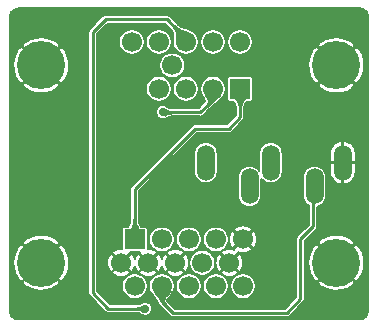
<source format=gbr>
G04 #@! TF.GenerationSoftware,KiCad,Pcbnew,(5.1.10-1-10_14)*
G04 #@! TF.CreationDate,2021-10-04T12:45:14-04:00*
G04 #@! TF.ProjectId,MVX_Audio_Separator,4d56585f-4175-4646-996f-5f5365706172,1*
G04 #@! TF.SameCoordinates,Original*
G04 #@! TF.FileFunction,Copper,L1,Top*
G04 #@! TF.FilePolarity,Positive*
%FSLAX46Y46*%
G04 Gerber Fmt 4.6, Leading zero omitted, Abs format (unit mm)*
G04 Created by KiCad (PCBNEW (5.1.10-1-10_14)) date 2021-10-04 12:45:14*
%MOMM*%
%LPD*%
G01*
G04 APERTURE LIST*
G04 #@! TA.AperFunction,ComponentPad*
%ADD10O,1.508000X3.016000*%
G04 #@! TD*
G04 #@! TA.AperFunction,ComponentPad*
%ADD11C,1.700000*%
G04 #@! TD*
G04 #@! TA.AperFunction,ComponentPad*
%ADD12C,4.066000*%
G04 #@! TD*
G04 #@! TA.AperFunction,ComponentPad*
%ADD13R,1.700000X1.700000*%
G04 #@! TD*
G04 #@! TA.AperFunction,ViaPad*
%ADD14C,0.700000*%
G04 #@! TD*
G04 #@! TA.AperFunction,Conductor*
%ADD15C,0.250000*%
G04 #@! TD*
G04 #@! TA.AperFunction,Conductor*
%ADD16C,0.160000*%
G04 #@! TD*
G04 #@! TA.AperFunction,Conductor*
%ADD17C,0.152400*%
G04 #@! TD*
G04 #@! TA.AperFunction,Conductor*
%ADD18C,0.025400*%
G04 #@! TD*
G04 APERTURE END LIST*
D10*
X143310000Y-101160000D03*
X140910000Y-103160000D03*
X137210000Y-101160000D03*
X135410000Y-103160000D03*
X131710000Y-101160000D03*
D11*
X134845000Y-111610000D03*
X132555000Y-111610000D03*
X130265000Y-111610000D03*
X127975000Y-111610000D03*
X125685000Y-111610000D03*
X133700000Y-109630000D03*
X131410000Y-109630000D03*
X129120000Y-109630000D03*
X126830000Y-109630000D03*
X124540000Y-109630000D03*
X134845000Y-107650000D03*
X132555000Y-107650000D03*
X130265000Y-107650000D03*
X127975000Y-107650000D03*
D12*
X142760000Y-109630000D03*
X117770000Y-109630000D03*
D13*
X125685000Y-107650000D03*
D11*
X134595000Y-90940000D03*
X132305000Y-90940000D03*
X130015000Y-90940000D03*
X127725000Y-90940000D03*
X125435000Y-90940000D03*
X135740000Y-92920000D03*
X133450000Y-92920000D03*
X131160000Y-92920000D03*
X128870000Y-92920000D03*
X126580000Y-92920000D03*
D13*
X134595000Y-94900000D03*
D11*
X132305000Y-94900000D03*
X130015000Y-94900000D03*
X127725000Y-94900000D03*
D12*
X142760000Y-92920000D03*
X117770000Y-92920000D03*
D11*
X125435000Y-94900000D03*
D14*
X140730000Y-97570000D03*
X137030000Y-95130000D03*
X120720000Y-96280000D03*
X123620000Y-92810000D03*
X123620000Y-111710000D03*
X126770000Y-104580000D03*
X128990000Y-104580000D03*
X135820000Y-109590000D03*
X137400000Y-111850000D03*
X143480000Y-104690000D03*
X132740000Y-104550000D03*
X133070000Y-96920000D03*
X120720000Y-106090000D03*
X123620000Y-101430000D03*
X131410000Y-112980000D03*
X139670000Y-105510000D03*
X142800000Y-113120000D03*
X117730000Y-113120000D03*
X142800000Y-89410000D03*
X117800000Y-89410000D03*
X128060000Y-96880000D03*
X126570000Y-113520000D03*
D15*
X139700000Y-112720000D02*
X139700000Y-107630000D01*
X138550000Y-113870000D02*
X139700000Y-112720000D01*
X128930000Y-113870000D02*
X138550000Y-113870000D01*
X127975000Y-112915000D02*
X128930000Y-113870000D01*
X140780000Y-106550000D02*
X140780000Y-104400000D01*
X139700000Y-107630000D02*
X140780000Y-106550000D01*
X127975000Y-111610000D02*
X127975000Y-112915000D01*
X125670000Y-103370000D02*
X125670000Y-107630000D01*
X130770000Y-98270000D02*
X125670000Y-103370000D01*
X133630000Y-98270000D02*
X130770000Y-98270000D01*
X134595000Y-97305000D02*
X133630000Y-98270000D01*
X134595000Y-94900000D02*
X134595000Y-97305000D01*
X132305000Y-94900000D02*
X132305000Y-95825000D01*
X132305000Y-95825000D02*
X131250000Y-96880000D01*
X131250000Y-96880000D02*
X128060000Y-96880000D01*
X126570000Y-113520000D02*
X126570000Y-113520000D01*
X123460000Y-113520000D02*
X126570000Y-113520000D01*
X122110000Y-90120000D02*
X122110000Y-112170000D01*
X128380000Y-89020000D02*
X123210000Y-89020000D01*
X123210000Y-89020000D02*
X122110000Y-90120000D01*
X130015000Y-90655000D02*
X128380000Y-89020000D01*
X122110000Y-112170000D02*
X123460000Y-113520000D01*
X130015000Y-90940000D02*
X130015000Y-90655000D01*
D16*
X144867674Y-88114890D02*
X145000107Y-88154874D01*
X145122251Y-88219820D01*
X145229448Y-88307248D01*
X145317629Y-88413841D01*
X145383424Y-88535525D01*
X145424611Y-88668584D01*
X145439998Y-88806346D01*
X145440001Y-113685805D01*
X145425110Y-113837674D01*
X145385126Y-113970107D01*
X145320183Y-114092246D01*
X145232750Y-114199450D01*
X145126160Y-114287629D01*
X145004475Y-114353424D01*
X144871417Y-114394611D01*
X144733654Y-114409998D01*
X115844195Y-114410001D01*
X115692326Y-114395110D01*
X115559893Y-114355126D01*
X115437754Y-114290183D01*
X115330550Y-114202750D01*
X115242371Y-114096160D01*
X115176576Y-113974475D01*
X115135389Y-113841417D01*
X115120002Y-113703654D01*
X115120002Y-111282149D01*
X116181490Y-111282149D01*
X116410999Y-111577063D01*
X116816966Y-111804779D01*
X117259556Y-111948919D01*
X117721763Y-112003944D01*
X118185823Y-111967740D01*
X118633903Y-111841698D01*
X119048785Y-111630662D01*
X119129001Y-111577063D01*
X119358510Y-111282149D01*
X117770000Y-109693640D01*
X116181490Y-111282149D01*
X115120002Y-111282149D01*
X115120002Y-109581763D01*
X115396056Y-109581763D01*
X115432260Y-110045823D01*
X115558302Y-110493903D01*
X115769338Y-110908785D01*
X115822937Y-110989001D01*
X116117851Y-111218510D01*
X117706360Y-109630000D01*
X117833640Y-109630000D01*
X119422149Y-111218510D01*
X119717063Y-110989001D01*
X119944779Y-110583034D01*
X120088919Y-110140444D01*
X120143944Y-109678237D01*
X120107740Y-109214177D01*
X119981698Y-108766097D01*
X119770662Y-108351215D01*
X119717063Y-108270999D01*
X119422149Y-108041490D01*
X117833640Y-109630000D01*
X117706360Y-109630000D01*
X116117851Y-108041490D01*
X115822937Y-108270999D01*
X115595221Y-108676966D01*
X115451081Y-109119556D01*
X115396056Y-109581763D01*
X115120002Y-109581763D01*
X115120002Y-107977851D01*
X116181490Y-107977851D01*
X117770000Y-109566360D01*
X119358510Y-107977851D01*
X119129001Y-107682937D01*
X118723034Y-107455221D01*
X118280444Y-107311081D01*
X117818237Y-107256056D01*
X117354177Y-107292260D01*
X116906097Y-107418302D01*
X116491215Y-107629338D01*
X116410999Y-107682937D01*
X116181490Y-107977851D01*
X115120002Y-107977851D01*
X115120001Y-94572149D01*
X116181490Y-94572149D01*
X116410999Y-94867063D01*
X116816966Y-95094779D01*
X117259556Y-95238919D01*
X117721763Y-95293944D01*
X118185823Y-95257740D01*
X118633903Y-95131698D01*
X119048785Y-94920662D01*
X119129001Y-94867063D01*
X119358510Y-94572149D01*
X117770000Y-92983640D01*
X116181490Y-94572149D01*
X115120001Y-94572149D01*
X115120000Y-92871763D01*
X115396056Y-92871763D01*
X115432260Y-93335823D01*
X115558302Y-93783903D01*
X115769338Y-94198785D01*
X115822937Y-94279001D01*
X116117851Y-94508510D01*
X117706360Y-92920000D01*
X117833640Y-92920000D01*
X119422149Y-94508510D01*
X119717063Y-94279001D01*
X119944779Y-93873034D01*
X120088919Y-93430444D01*
X120143944Y-92968237D01*
X120107740Y-92504177D01*
X119981698Y-92056097D01*
X119770662Y-91641215D01*
X119717063Y-91560999D01*
X119422149Y-91331490D01*
X117833640Y-92920000D01*
X117706360Y-92920000D01*
X116117851Y-91331490D01*
X115822937Y-91560999D01*
X115595221Y-91966966D01*
X115451081Y-92409556D01*
X115396056Y-92871763D01*
X115120000Y-92871763D01*
X115120000Y-91267851D01*
X116181490Y-91267851D01*
X117770000Y-92856360D01*
X119358510Y-91267851D01*
X119129001Y-90972937D01*
X118723034Y-90745221D01*
X118280444Y-90601081D01*
X117818237Y-90546056D01*
X117354177Y-90582260D01*
X116906097Y-90708302D01*
X116491215Y-90919338D01*
X116410999Y-90972937D01*
X116181490Y-91267851D01*
X115120000Y-91267851D01*
X115120000Y-90120000D01*
X121743234Y-90120000D01*
X121745000Y-90137929D01*
X121745001Y-112152061D01*
X121743234Y-112170000D01*
X121750282Y-112241552D01*
X121771153Y-112310355D01*
X121805046Y-112373764D01*
X121850658Y-112429343D01*
X121864587Y-112440775D01*
X123189225Y-113765413D01*
X123200657Y-113779343D01*
X123230842Y-113804115D01*
X123256234Y-113824954D01*
X123256236Y-113824955D01*
X123319645Y-113858848D01*
X123388448Y-113879719D01*
X123442069Y-113885000D01*
X123442070Y-113885000D01*
X123459999Y-113886766D01*
X123477928Y-113885000D01*
X125876181Y-113885000D01*
X125941638Y-113887075D01*
X125987401Y-113892061D01*
X126020576Y-113898852D01*
X126046532Y-113907025D01*
X126071511Y-113917698D01*
X126100954Y-113933073D01*
X126138420Y-113954803D01*
X126183439Y-113981462D01*
X126187640Y-113983893D01*
X126239362Y-114013125D01*
X126247792Y-114017670D01*
X126269637Y-114028891D01*
X126290530Y-114042851D01*
X126397903Y-114087327D01*
X126511890Y-114110000D01*
X126628110Y-114110000D01*
X126742097Y-114087327D01*
X126849470Y-114042851D01*
X126946103Y-113978283D01*
X127028283Y-113896103D01*
X127092851Y-113799470D01*
X127137327Y-113692097D01*
X127160000Y-113578110D01*
X127160000Y-113461890D01*
X127137327Y-113347903D01*
X127092851Y-113240530D01*
X127028283Y-113143897D01*
X126946103Y-113061717D01*
X126849470Y-112997149D01*
X126742097Y-112952673D01*
X126628110Y-112930000D01*
X126511890Y-112930000D01*
X126397903Y-112952673D01*
X126290530Y-112997149D01*
X126269637Y-113011109D01*
X126247795Y-113022328D01*
X126239362Y-113026874D01*
X126187640Y-113056106D01*
X126183439Y-113058537D01*
X126138420Y-113085196D01*
X126100954Y-113106926D01*
X126071511Y-113122301D01*
X126046532Y-113132974D01*
X126020576Y-113141147D01*
X125987401Y-113147938D01*
X125941625Y-113152926D01*
X125876209Y-113155000D01*
X123611188Y-113155000D01*
X122475000Y-112018813D01*
X122475000Y-111502644D01*
X124595000Y-111502644D01*
X124595000Y-111717356D01*
X124636888Y-111927941D01*
X124719055Y-112126309D01*
X124838342Y-112304834D01*
X124990166Y-112456658D01*
X125168691Y-112575945D01*
X125367059Y-112658112D01*
X125577644Y-112700000D01*
X125792356Y-112700000D01*
X126002941Y-112658112D01*
X126201309Y-112575945D01*
X126379834Y-112456658D01*
X126531658Y-112304834D01*
X126650945Y-112126309D01*
X126733112Y-111927941D01*
X126775000Y-111717356D01*
X126775000Y-111502644D01*
X126885000Y-111502644D01*
X126885000Y-111717356D01*
X126926888Y-111927941D01*
X127009055Y-112126309D01*
X127128342Y-112304834D01*
X127201357Y-112377849D01*
X127302922Y-112486612D01*
X127378004Y-112580183D01*
X127437417Y-112666731D01*
X127489062Y-112752647D01*
X127539753Y-112843294D01*
X127540437Y-112844507D01*
X127594611Y-112940076D01*
X127599503Y-112948318D01*
X127613781Y-112971315D01*
X127614572Y-112979342D01*
X127615282Y-112986552D01*
X127636153Y-113055355D01*
X127670046Y-113118764D01*
X127715658Y-113174343D01*
X127729587Y-113185774D01*
X128659225Y-114115413D01*
X128670657Y-114129343D01*
X128726236Y-114174955D01*
X128789645Y-114208848D01*
X128858448Y-114229719D01*
X128912069Y-114235000D01*
X128912071Y-114235000D01*
X128930000Y-114236766D01*
X128947929Y-114235000D01*
X138532071Y-114235000D01*
X138550000Y-114236766D01*
X138567929Y-114235000D01*
X138567931Y-114235000D01*
X138621552Y-114229719D01*
X138690355Y-114208848D01*
X138753764Y-114174955D01*
X138809343Y-114129343D01*
X138820779Y-114115408D01*
X139945418Y-112990770D01*
X139959342Y-112979343D01*
X139978980Y-112955415D01*
X140004954Y-112923765D01*
X140004955Y-112923764D01*
X140038848Y-112860355D01*
X140059719Y-112791552D01*
X140065000Y-112737931D01*
X140065000Y-112737929D01*
X140066766Y-112720000D01*
X140065000Y-112702071D01*
X140065000Y-111282149D01*
X141171490Y-111282149D01*
X141400999Y-111577063D01*
X141806966Y-111804779D01*
X142249556Y-111948919D01*
X142711763Y-112003944D01*
X143175823Y-111967740D01*
X143623903Y-111841698D01*
X144038785Y-111630662D01*
X144119001Y-111577063D01*
X144348510Y-111282149D01*
X142760000Y-109693640D01*
X141171490Y-111282149D01*
X140065000Y-111282149D01*
X140065000Y-109581763D01*
X140386056Y-109581763D01*
X140422260Y-110045823D01*
X140548302Y-110493903D01*
X140759338Y-110908785D01*
X140812937Y-110989001D01*
X141107851Y-111218510D01*
X142696360Y-109630000D01*
X142823640Y-109630000D01*
X144412149Y-111218510D01*
X144707063Y-110989001D01*
X144934779Y-110583034D01*
X145078919Y-110140444D01*
X145133944Y-109678237D01*
X145097740Y-109214177D01*
X144971698Y-108766097D01*
X144760662Y-108351215D01*
X144707063Y-108270999D01*
X144412149Y-108041490D01*
X142823640Y-109630000D01*
X142696360Y-109630000D01*
X141107851Y-108041490D01*
X140812937Y-108270999D01*
X140585221Y-108676966D01*
X140441081Y-109119556D01*
X140386056Y-109581763D01*
X140065000Y-109581763D01*
X140065000Y-107977851D01*
X141171490Y-107977851D01*
X142760000Y-109566360D01*
X144348510Y-107977851D01*
X144119001Y-107682937D01*
X143713034Y-107455221D01*
X143270444Y-107311081D01*
X142808237Y-107256056D01*
X142344177Y-107292260D01*
X141896097Y-107418302D01*
X141481215Y-107629338D01*
X141400999Y-107682937D01*
X141171490Y-107977851D01*
X140065000Y-107977851D01*
X140065000Y-107781187D01*
X141025418Y-106820770D01*
X141039342Y-106809343D01*
X141084955Y-106753764D01*
X141118848Y-106690355D01*
X141139719Y-106621552D01*
X141145000Y-106567931D01*
X141145000Y-106567929D01*
X141146766Y-106550000D01*
X141145000Y-106532071D01*
X141145000Y-104881440D01*
X141292227Y-104836779D01*
X141464909Y-104744479D01*
X141616265Y-104620265D01*
X141740479Y-104468909D01*
X141832779Y-104296228D01*
X141889617Y-104108858D01*
X141904000Y-103962826D01*
X141904000Y-102357174D01*
X141889617Y-102211142D01*
X141832779Y-102023772D01*
X141740479Y-101851091D01*
X141616265Y-101699735D01*
X141464909Y-101575521D01*
X141292228Y-101483221D01*
X141104858Y-101426383D01*
X140910000Y-101407191D01*
X140715143Y-101426383D01*
X140527773Y-101483221D01*
X140355092Y-101575521D01*
X140203736Y-101699735D01*
X140079522Y-101851091D01*
X139987222Y-102023772D01*
X139930384Y-102211142D01*
X139916001Y-102357174D01*
X139916000Y-103962825D01*
X139930383Y-104108857D01*
X139987221Y-104296227D01*
X140079521Y-104468909D01*
X140203735Y-104620265D01*
X140355091Y-104744479D01*
X140415001Y-104776501D01*
X140415000Y-106398812D01*
X139454587Y-107359226D01*
X139440658Y-107370657D01*
X139429227Y-107384586D01*
X139395046Y-107426236D01*
X139361153Y-107489645D01*
X139340282Y-107558448D01*
X139333234Y-107630000D01*
X139335001Y-107647939D01*
X139335000Y-112568812D01*
X138398813Y-113505000D01*
X129081188Y-113505000D01*
X128521541Y-112945354D01*
X128454439Y-112862004D01*
X128439540Y-112824938D01*
X128439373Y-112805367D01*
X128452337Y-112767573D01*
X128493293Y-112701613D01*
X128563417Y-112614131D01*
X128653702Y-112511062D01*
X128655976Y-112508429D01*
X128752805Y-112394601D01*
X128762569Y-112382332D01*
X128816019Y-112310473D01*
X128821658Y-112304834D01*
X128834419Y-112285735D01*
X128854255Y-112259068D01*
X128869408Y-112236044D01*
X128880960Y-112216082D01*
X128940945Y-112126309D01*
X129023112Y-111927941D01*
X129065000Y-111717356D01*
X129065000Y-111502644D01*
X129175000Y-111502644D01*
X129175000Y-111717356D01*
X129216888Y-111927941D01*
X129299055Y-112126309D01*
X129418342Y-112304834D01*
X129570166Y-112456658D01*
X129748691Y-112575945D01*
X129947059Y-112658112D01*
X130157644Y-112700000D01*
X130372356Y-112700000D01*
X130582941Y-112658112D01*
X130781309Y-112575945D01*
X130959834Y-112456658D01*
X131111658Y-112304834D01*
X131230945Y-112126309D01*
X131313112Y-111927941D01*
X131355000Y-111717356D01*
X131355000Y-111502644D01*
X131465000Y-111502644D01*
X131465000Y-111717356D01*
X131506888Y-111927941D01*
X131589055Y-112126309D01*
X131708342Y-112304834D01*
X131860166Y-112456658D01*
X132038691Y-112575945D01*
X132237059Y-112658112D01*
X132447644Y-112700000D01*
X132662356Y-112700000D01*
X132872941Y-112658112D01*
X133071309Y-112575945D01*
X133249834Y-112456658D01*
X133401658Y-112304834D01*
X133520945Y-112126309D01*
X133603112Y-111927941D01*
X133645000Y-111717356D01*
X133645000Y-111502644D01*
X133755000Y-111502644D01*
X133755000Y-111717356D01*
X133796888Y-111927941D01*
X133879055Y-112126309D01*
X133998342Y-112304834D01*
X134150166Y-112456658D01*
X134328691Y-112575945D01*
X134527059Y-112658112D01*
X134737644Y-112700000D01*
X134952356Y-112700000D01*
X135162941Y-112658112D01*
X135361309Y-112575945D01*
X135539834Y-112456658D01*
X135691658Y-112304834D01*
X135810945Y-112126309D01*
X135893112Y-111927941D01*
X135935000Y-111717356D01*
X135935000Y-111502644D01*
X135893112Y-111292059D01*
X135810945Y-111093691D01*
X135691658Y-110915166D01*
X135539834Y-110763342D01*
X135361309Y-110644055D01*
X135162941Y-110561888D01*
X134952356Y-110520000D01*
X134737644Y-110520000D01*
X134527059Y-110561888D01*
X134328691Y-110644055D01*
X134150166Y-110763342D01*
X133998342Y-110915166D01*
X133879055Y-111093691D01*
X133796888Y-111292059D01*
X133755000Y-111502644D01*
X133645000Y-111502644D01*
X133603112Y-111292059D01*
X133520945Y-111093691D01*
X133401658Y-110915166D01*
X133249834Y-110763342D01*
X133071309Y-110644055D01*
X132872941Y-110561888D01*
X132662356Y-110520000D01*
X132447644Y-110520000D01*
X132237059Y-110561888D01*
X132038691Y-110644055D01*
X131860166Y-110763342D01*
X131708342Y-110915166D01*
X131589055Y-111093691D01*
X131506888Y-111292059D01*
X131465000Y-111502644D01*
X131355000Y-111502644D01*
X131313112Y-111292059D01*
X131230945Y-111093691D01*
X131111658Y-110915166D01*
X130959834Y-110763342D01*
X130781309Y-110644055D01*
X130582941Y-110561888D01*
X130372356Y-110520000D01*
X130157644Y-110520000D01*
X129947059Y-110561888D01*
X129748691Y-110644055D01*
X129570166Y-110763342D01*
X129418342Y-110915166D01*
X129299055Y-111093691D01*
X129216888Y-111292059D01*
X129175000Y-111502644D01*
X129065000Y-111502644D01*
X129023112Y-111292059D01*
X128940945Y-111093691D01*
X128821658Y-110915166D01*
X128669834Y-110763342D01*
X128491309Y-110644055D01*
X128292941Y-110561888D01*
X128082356Y-110520000D01*
X127867644Y-110520000D01*
X127657059Y-110561888D01*
X127458691Y-110644055D01*
X127280166Y-110763342D01*
X127128342Y-110915166D01*
X127009055Y-111093691D01*
X126926888Y-111292059D01*
X126885000Y-111502644D01*
X126775000Y-111502644D01*
X126733112Y-111292059D01*
X126650945Y-111093691D01*
X126531658Y-110915166D01*
X126379834Y-110763342D01*
X126201309Y-110644055D01*
X126002941Y-110561888D01*
X125792356Y-110520000D01*
X125577644Y-110520000D01*
X125367059Y-110561888D01*
X125168691Y-110644055D01*
X124990166Y-110763342D01*
X124838342Y-110915166D01*
X124719055Y-111093691D01*
X124636888Y-111292059D01*
X124595000Y-111502644D01*
X122475000Y-111502644D01*
X122475000Y-110441258D01*
X123792382Y-110441258D01*
X123879965Y-110615019D01*
X124084814Y-110724859D01*
X124307157Y-110792624D01*
X124538447Y-110815709D01*
X124769797Y-110793229D01*
X124992316Y-110726047D01*
X125197453Y-110616744D01*
X125200035Y-110615019D01*
X125287618Y-110441258D01*
X126082382Y-110441258D01*
X126169965Y-110615019D01*
X126374814Y-110724859D01*
X126597157Y-110792624D01*
X126828447Y-110815709D01*
X127059797Y-110793229D01*
X127282316Y-110726047D01*
X127487453Y-110616744D01*
X127490035Y-110615019D01*
X127577618Y-110441258D01*
X128372382Y-110441258D01*
X128459965Y-110615019D01*
X128664814Y-110724859D01*
X128887157Y-110792624D01*
X129118447Y-110815709D01*
X129349797Y-110793229D01*
X129572316Y-110726047D01*
X129777453Y-110616744D01*
X129780035Y-110615019D01*
X129867618Y-110441258D01*
X129120000Y-109693640D01*
X128372382Y-110441258D01*
X127577618Y-110441258D01*
X126830000Y-109693640D01*
X126082382Y-110441258D01*
X125287618Y-110441258D01*
X124540000Y-109693640D01*
X123792382Y-110441258D01*
X122475000Y-110441258D01*
X122475000Y-109628447D01*
X123354291Y-109628447D01*
X123376771Y-109859797D01*
X123443953Y-110082316D01*
X123553256Y-110287453D01*
X123554981Y-110290035D01*
X123728742Y-110377618D01*
X124476360Y-109630000D01*
X124603640Y-109630000D01*
X125351258Y-110377618D01*
X125525019Y-110290035D01*
X125634859Y-110085186D01*
X125685075Y-109920423D01*
X125733953Y-110082316D01*
X125843256Y-110287453D01*
X125844981Y-110290035D01*
X126018742Y-110377618D01*
X126766360Y-109630000D01*
X126893640Y-109630000D01*
X127641258Y-110377618D01*
X127815019Y-110290035D01*
X127924859Y-110085186D01*
X127975075Y-109920423D01*
X128023953Y-110082316D01*
X128133256Y-110287453D01*
X128134981Y-110290035D01*
X128308742Y-110377618D01*
X129056360Y-109630000D01*
X129183640Y-109630000D01*
X129931258Y-110377618D01*
X130105019Y-110290035D01*
X130214859Y-110085186D01*
X130282624Y-109862843D01*
X130305709Y-109631553D01*
X130295127Y-109522644D01*
X130320000Y-109522644D01*
X130320000Y-109737356D01*
X130361888Y-109947941D01*
X130444055Y-110146309D01*
X130563342Y-110324834D01*
X130715166Y-110476658D01*
X130893691Y-110595945D01*
X131092059Y-110678112D01*
X131302644Y-110720000D01*
X131517356Y-110720000D01*
X131727941Y-110678112D01*
X131926309Y-110595945D01*
X132104834Y-110476658D01*
X132140234Y-110441258D01*
X132952382Y-110441258D01*
X133039965Y-110615019D01*
X133244814Y-110724859D01*
X133467157Y-110792624D01*
X133698447Y-110815709D01*
X133929797Y-110793229D01*
X134152316Y-110726047D01*
X134357453Y-110616744D01*
X134360035Y-110615019D01*
X134447618Y-110441258D01*
X133700000Y-109693640D01*
X132952382Y-110441258D01*
X132140234Y-110441258D01*
X132256658Y-110324834D01*
X132375945Y-110146309D01*
X132458112Y-109947941D01*
X132500000Y-109737356D01*
X132500000Y-109628447D01*
X132514291Y-109628447D01*
X132536771Y-109859797D01*
X132603953Y-110082316D01*
X132713256Y-110287453D01*
X132714981Y-110290035D01*
X132888742Y-110377618D01*
X133636360Y-109630000D01*
X133763640Y-109630000D01*
X134511258Y-110377618D01*
X134685019Y-110290035D01*
X134794859Y-110085186D01*
X134862624Y-109862843D01*
X134885709Y-109631553D01*
X134863229Y-109400203D01*
X134796047Y-109177684D01*
X134686744Y-108972547D01*
X134685019Y-108969965D01*
X134511258Y-108882382D01*
X133763640Y-109630000D01*
X133636360Y-109630000D01*
X132888742Y-108882382D01*
X132714981Y-108969965D01*
X132605141Y-109174814D01*
X132537376Y-109397157D01*
X132514291Y-109628447D01*
X132500000Y-109628447D01*
X132500000Y-109522644D01*
X132458112Y-109312059D01*
X132375945Y-109113691D01*
X132256658Y-108935166D01*
X132140234Y-108818742D01*
X132952382Y-108818742D01*
X133700000Y-109566360D01*
X134447618Y-108818742D01*
X134414110Y-108752264D01*
X134612157Y-108812624D01*
X134843447Y-108835709D01*
X135074797Y-108813229D01*
X135297316Y-108746047D01*
X135502453Y-108636744D01*
X135505035Y-108635019D01*
X135592618Y-108461258D01*
X134845000Y-107713640D01*
X134097382Y-108461258D01*
X134130890Y-108527736D01*
X133932843Y-108467376D01*
X133701553Y-108444291D01*
X133470203Y-108466771D01*
X133247684Y-108533953D01*
X133042547Y-108643256D01*
X133039965Y-108644981D01*
X132952382Y-108818742D01*
X132140234Y-108818742D01*
X132104834Y-108783342D01*
X131926309Y-108664055D01*
X131727941Y-108581888D01*
X131517356Y-108540000D01*
X131302644Y-108540000D01*
X131092059Y-108581888D01*
X130893691Y-108664055D01*
X130715166Y-108783342D01*
X130563342Y-108935166D01*
X130444055Y-109113691D01*
X130361888Y-109312059D01*
X130320000Y-109522644D01*
X130295127Y-109522644D01*
X130283229Y-109400203D01*
X130216047Y-109177684D01*
X130106744Y-108972547D01*
X130105019Y-108969965D01*
X129931258Y-108882382D01*
X129183640Y-109630000D01*
X129056360Y-109630000D01*
X128308742Y-108882382D01*
X128134981Y-108969965D01*
X128025141Y-109174814D01*
X127974925Y-109339577D01*
X127926047Y-109177684D01*
X127816744Y-108972547D01*
X127815019Y-108969965D01*
X127641258Y-108882382D01*
X126893640Y-109630000D01*
X126766360Y-109630000D01*
X126018742Y-108882382D01*
X125844981Y-108969965D01*
X125735141Y-109174814D01*
X125684925Y-109339577D01*
X125636047Y-109177684D01*
X125526744Y-108972547D01*
X125525019Y-108969965D01*
X125351258Y-108882382D01*
X124603640Y-109630000D01*
X124476360Y-109630000D01*
X123728742Y-108882382D01*
X123554981Y-108969965D01*
X123445141Y-109174814D01*
X123377376Y-109397157D01*
X123354291Y-109628447D01*
X122475000Y-109628447D01*
X122475000Y-108818742D01*
X123792382Y-108818742D01*
X124540000Y-109566360D01*
X125287618Y-108818742D01*
X125248514Y-108741161D01*
X126121486Y-108741161D01*
X126082382Y-108818742D01*
X126830000Y-109566360D01*
X127577618Y-108818742D01*
X128372382Y-108818742D01*
X129120000Y-109566360D01*
X129867618Y-108818742D01*
X129780035Y-108644981D01*
X129575186Y-108535141D01*
X129352843Y-108467376D01*
X129121553Y-108444291D01*
X128890203Y-108466771D01*
X128667684Y-108533953D01*
X128462547Y-108643256D01*
X128459965Y-108644981D01*
X128372382Y-108818742D01*
X127577618Y-108818742D01*
X127490035Y-108644981D01*
X127285186Y-108535141D01*
X127062843Y-108467376D01*
X126831553Y-108444291D01*
X126776161Y-108449673D01*
X126776161Y-107542644D01*
X126885000Y-107542644D01*
X126885000Y-107757356D01*
X126926888Y-107967941D01*
X127009055Y-108166309D01*
X127128342Y-108344834D01*
X127280166Y-108496658D01*
X127458691Y-108615945D01*
X127657059Y-108698112D01*
X127867644Y-108740000D01*
X128082356Y-108740000D01*
X128292941Y-108698112D01*
X128491309Y-108615945D01*
X128669834Y-108496658D01*
X128821658Y-108344834D01*
X128940945Y-108166309D01*
X129023112Y-107967941D01*
X129065000Y-107757356D01*
X129065000Y-107542644D01*
X129175000Y-107542644D01*
X129175000Y-107757356D01*
X129216888Y-107967941D01*
X129299055Y-108166309D01*
X129418342Y-108344834D01*
X129570166Y-108496658D01*
X129748691Y-108615945D01*
X129947059Y-108698112D01*
X130157644Y-108740000D01*
X130372356Y-108740000D01*
X130582941Y-108698112D01*
X130781309Y-108615945D01*
X130959834Y-108496658D01*
X131111658Y-108344834D01*
X131230945Y-108166309D01*
X131313112Y-107967941D01*
X131355000Y-107757356D01*
X131355000Y-107542644D01*
X131465000Y-107542644D01*
X131465000Y-107757356D01*
X131506888Y-107967941D01*
X131589055Y-108166309D01*
X131708342Y-108344834D01*
X131860166Y-108496658D01*
X132038691Y-108615945D01*
X132237059Y-108698112D01*
X132447644Y-108740000D01*
X132662356Y-108740000D01*
X132872941Y-108698112D01*
X133071309Y-108615945D01*
X133249834Y-108496658D01*
X133401658Y-108344834D01*
X133520945Y-108166309D01*
X133603112Y-107967941D01*
X133645000Y-107757356D01*
X133645000Y-107648447D01*
X133659291Y-107648447D01*
X133681771Y-107879797D01*
X133748953Y-108102316D01*
X133858256Y-108307453D01*
X133859981Y-108310035D01*
X134033742Y-108397618D01*
X134781360Y-107650000D01*
X134908640Y-107650000D01*
X135656258Y-108397618D01*
X135830019Y-108310035D01*
X135939859Y-108105186D01*
X136007624Y-107882843D01*
X136030709Y-107651553D01*
X136008229Y-107420203D01*
X135941047Y-107197684D01*
X135831744Y-106992547D01*
X135830019Y-106989965D01*
X135656258Y-106902382D01*
X134908640Y-107650000D01*
X134781360Y-107650000D01*
X134033742Y-106902382D01*
X133859981Y-106989965D01*
X133750141Y-107194814D01*
X133682376Y-107417157D01*
X133659291Y-107648447D01*
X133645000Y-107648447D01*
X133645000Y-107542644D01*
X133603112Y-107332059D01*
X133520945Y-107133691D01*
X133401658Y-106955166D01*
X133285234Y-106838742D01*
X134097382Y-106838742D01*
X134845000Y-107586360D01*
X135592618Y-106838742D01*
X135505035Y-106664981D01*
X135300186Y-106555141D01*
X135077843Y-106487376D01*
X134846553Y-106464291D01*
X134615203Y-106486771D01*
X134392684Y-106553953D01*
X134187547Y-106663256D01*
X134184965Y-106664981D01*
X134097382Y-106838742D01*
X133285234Y-106838742D01*
X133249834Y-106803342D01*
X133071309Y-106684055D01*
X132872941Y-106601888D01*
X132662356Y-106560000D01*
X132447644Y-106560000D01*
X132237059Y-106601888D01*
X132038691Y-106684055D01*
X131860166Y-106803342D01*
X131708342Y-106955166D01*
X131589055Y-107133691D01*
X131506888Y-107332059D01*
X131465000Y-107542644D01*
X131355000Y-107542644D01*
X131313112Y-107332059D01*
X131230945Y-107133691D01*
X131111658Y-106955166D01*
X130959834Y-106803342D01*
X130781309Y-106684055D01*
X130582941Y-106601888D01*
X130372356Y-106560000D01*
X130157644Y-106560000D01*
X129947059Y-106601888D01*
X129748691Y-106684055D01*
X129570166Y-106803342D01*
X129418342Y-106955166D01*
X129299055Y-107133691D01*
X129216888Y-107332059D01*
X129175000Y-107542644D01*
X129065000Y-107542644D01*
X129023112Y-107332059D01*
X128940945Y-107133691D01*
X128821658Y-106955166D01*
X128669834Y-106803342D01*
X128491309Y-106684055D01*
X128292941Y-106601888D01*
X128082356Y-106560000D01*
X127867644Y-106560000D01*
X127657059Y-106601888D01*
X127458691Y-106684055D01*
X127280166Y-106803342D01*
X127128342Y-106955166D01*
X127009055Y-107133691D01*
X126926888Y-107332059D01*
X126885000Y-107542644D01*
X126776161Y-107542644D01*
X126776161Y-106800000D01*
X126771527Y-106752952D01*
X126757804Y-106707712D01*
X126735518Y-106666018D01*
X126705527Y-106629473D01*
X126668982Y-106599482D01*
X126627288Y-106577196D01*
X126582048Y-106563473D01*
X126535000Y-106558839D01*
X126231113Y-106558839D01*
X126202009Y-106522854D01*
X126145461Y-106440485D01*
X126101529Y-106355031D01*
X126067539Y-106253623D01*
X126044170Y-106122217D01*
X126035000Y-105943844D01*
X126035000Y-103962825D01*
X134416000Y-103962825D01*
X134430383Y-104108857D01*
X134487221Y-104296227D01*
X134579521Y-104468909D01*
X134703735Y-104620265D01*
X134855091Y-104744479D01*
X135027772Y-104836779D01*
X135215142Y-104893617D01*
X135410000Y-104912809D01*
X135604857Y-104893617D01*
X135792227Y-104836779D01*
X135964909Y-104744479D01*
X136116265Y-104620265D01*
X136240479Y-104468909D01*
X136332779Y-104296228D01*
X136389617Y-104108858D01*
X136404000Y-103962826D01*
X136404000Y-102498737D01*
X136503735Y-102620265D01*
X136655091Y-102744479D01*
X136827772Y-102836779D01*
X137015142Y-102893617D01*
X137210000Y-102912809D01*
X137404857Y-102893617D01*
X137592227Y-102836779D01*
X137764909Y-102744479D01*
X137916265Y-102620265D01*
X138040479Y-102468909D01*
X138132779Y-102296228D01*
X138189617Y-102108858D01*
X138204000Y-101962826D01*
X138204000Y-101205000D01*
X142226000Y-101205000D01*
X142226000Y-101959000D01*
X142255608Y-102169613D01*
X142325735Y-102370403D01*
X142433687Y-102553654D01*
X142575315Y-102712323D01*
X142745177Y-102840313D01*
X142936745Y-102932706D01*
X143096125Y-102976692D01*
X143265000Y-102914489D01*
X143265000Y-101205000D01*
X143355000Y-101205000D01*
X143355000Y-102914489D01*
X143523875Y-102976692D01*
X143683255Y-102932706D01*
X143874823Y-102840313D01*
X144044685Y-102712323D01*
X144186313Y-102553654D01*
X144294265Y-102370403D01*
X144364392Y-102169613D01*
X144394000Y-101959000D01*
X144394000Y-101205000D01*
X143355000Y-101205000D01*
X143265000Y-101205000D01*
X142226000Y-101205000D01*
X138204000Y-101205000D01*
X138204000Y-100361000D01*
X142226000Y-100361000D01*
X142226000Y-101115000D01*
X143265000Y-101115000D01*
X143265000Y-99405511D01*
X143355000Y-99405511D01*
X143355000Y-101115000D01*
X144394000Y-101115000D01*
X144394000Y-100361000D01*
X144364392Y-100150387D01*
X144294265Y-99949597D01*
X144186313Y-99766346D01*
X144044685Y-99607677D01*
X143874823Y-99479687D01*
X143683255Y-99387294D01*
X143523875Y-99343308D01*
X143355000Y-99405511D01*
X143265000Y-99405511D01*
X143096125Y-99343308D01*
X142936745Y-99387294D01*
X142745177Y-99479687D01*
X142575315Y-99607677D01*
X142433687Y-99766346D01*
X142325735Y-99949597D01*
X142255608Y-100150387D01*
X142226000Y-100361000D01*
X138204000Y-100361000D01*
X138204000Y-100357174D01*
X138189617Y-100211142D01*
X138132779Y-100023772D01*
X138040479Y-99851091D01*
X137916265Y-99699735D01*
X137764909Y-99575521D01*
X137592228Y-99483221D01*
X137404858Y-99426383D01*
X137210000Y-99407191D01*
X137015143Y-99426383D01*
X136827773Y-99483221D01*
X136655092Y-99575521D01*
X136503736Y-99699735D01*
X136379522Y-99851091D01*
X136287222Y-100023772D01*
X136230384Y-100211142D01*
X136216001Y-100357174D01*
X136216000Y-101821263D01*
X136116265Y-101699735D01*
X135964909Y-101575521D01*
X135792228Y-101483221D01*
X135604858Y-101426383D01*
X135410000Y-101407191D01*
X135215143Y-101426383D01*
X135027773Y-101483221D01*
X134855092Y-101575521D01*
X134703736Y-101699735D01*
X134579522Y-101851091D01*
X134487222Y-102023772D01*
X134430384Y-102211142D01*
X134416001Y-102357174D01*
X134416000Y-103962825D01*
X126035000Y-103962825D01*
X126035000Y-103521187D01*
X127593362Y-101962825D01*
X130716000Y-101962825D01*
X130730383Y-102108857D01*
X130787221Y-102296227D01*
X130879521Y-102468909D01*
X131003735Y-102620265D01*
X131155091Y-102744479D01*
X131327772Y-102836779D01*
X131515142Y-102893617D01*
X131710000Y-102912809D01*
X131904857Y-102893617D01*
X132092227Y-102836779D01*
X132264909Y-102744479D01*
X132416265Y-102620265D01*
X132540479Y-102468909D01*
X132632779Y-102296228D01*
X132689617Y-102108858D01*
X132704000Y-101962826D01*
X132704000Y-100357174D01*
X132689617Y-100211142D01*
X132632779Y-100023772D01*
X132540479Y-99851091D01*
X132416265Y-99699735D01*
X132264909Y-99575521D01*
X132092228Y-99483221D01*
X131904858Y-99426383D01*
X131710000Y-99407191D01*
X131515143Y-99426383D01*
X131327773Y-99483221D01*
X131155092Y-99575521D01*
X131003736Y-99699735D01*
X130879522Y-99851091D01*
X130787222Y-100023772D01*
X130730384Y-100211142D01*
X130716001Y-100357174D01*
X130716000Y-101962825D01*
X127593362Y-101962825D01*
X130921187Y-98635000D01*
X133612071Y-98635000D01*
X133630000Y-98636766D01*
X133647929Y-98635000D01*
X133647931Y-98635000D01*
X133701552Y-98629719D01*
X133770355Y-98608848D01*
X133833764Y-98574955D01*
X133889343Y-98529343D01*
X133900779Y-98515408D01*
X134840413Y-97575775D01*
X134854343Y-97564343D01*
X134899955Y-97508764D01*
X134933848Y-97445355D01*
X134954719Y-97376552D01*
X134960000Y-97322931D01*
X134960000Y-97322930D01*
X134961766Y-97305001D01*
X134960000Y-97287072D01*
X134960000Y-96596189D01*
X134969207Y-96417984D01*
X134992632Y-96286710D01*
X135026692Y-96185220D01*
X135070700Y-96099465D01*
X135127285Y-96016567D01*
X135147612Y-95991161D01*
X135445000Y-95991161D01*
X135492048Y-95986527D01*
X135537288Y-95972804D01*
X135578982Y-95950518D01*
X135615527Y-95920527D01*
X135645518Y-95883982D01*
X135667804Y-95842288D01*
X135681527Y-95797048D01*
X135686161Y-95750000D01*
X135686161Y-94572149D01*
X141171490Y-94572149D01*
X141400999Y-94867063D01*
X141806966Y-95094779D01*
X142249556Y-95238919D01*
X142711763Y-95293944D01*
X143175823Y-95257740D01*
X143623903Y-95131698D01*
X144038785Y-94920662D01*
X144119001Y-94867063D01*
X144348510Y-94572149D01*
X142760000Y-92983640D01*
X141171490Y-94572149D01*
X135686161Y-94572149D01*
X135686161Y-94050000D01*
X135681527Y-94002952D01*
X135667804Y-93957712D01*
X135645518Y-93916018D01*
X135615527Y-93879473D01*
X135578982Y-93849482D01*
X135537288Y-93827196D01*
X135492048Y-93813473D01*
X135445000Y-93808839D01*
X133745000Y-93808839D01*
X133697952Y-93813473D01*
X133652712Y-93827196D01*
X133611018Y-93849482D01*
X133574473Y-93879473D01*
X133544482Y-93916018D01*
X133522196Y-93957712D01*
X133508473Y-94002952D01*
X133503839Y-94050000D01*
X133503839Y-95750000D01*
X133508473Y-95797048D01*
X133522196Y-95842288D01*
X133544482Y-95883982D01*
X133574473Y-95920527D01*
X133611018Y-95950518D01*
X133652712Y-95972804D01*
X133697952Y-95986527D01*
X133745000Y-95991161D01*
X134042387Y-95991161D01*
X134062714Y-96016567D01*
X134119299Y-96099465D01*
X134163307Y-96185220D01*
X134197367Y-96286710D01*
X134220792Y-96417984D01*
X134230001Y-96596204D01*
X134230001Y-97153811D01*
X133478813Y-97905000D01*
X130787928Y-97905000D01*
X130769999Y-97903234D01*
X130752070Y-97905000D01*
X130752069Y-97905000D01*
X130698448Y-97910281D01*
X130629645Y-97931152D01*
X130566236Y-97965045D01*
X130510657Y-98010657D01*
X130499221Y-98024592D01*
X125424588Y-103099225D01*
X125410657Y-103110658D01*
X125365045Y-103166237D01*
X125331152Y-103229646D01*
X125310281Y-103298449D01*
X125305000Y-103352069D01*
X125303234Y-103370000D01*
X125305000Y-103387929D01*
X125305001Y-105943898D01*
X125295803Y-106124986D01*
X125272321Y-106259107D01*
X125238095Y-106363319D01*
X125193906Y-106451578D01*
X125137351Y-106536800D01*
X125120267Y-106558839D01*
X124835000Y-106558839D01*
X124787952Y-106563473D01*
X124742712Y-106577196D01*
X124701018Y-106599482D01*
X124664473Y-106629473D01*
X124634482Y-106666018D01*
X124612196Y-106707712D01*
X124598473Y-106752952D01*
X124593839Y-106800000D01*
X124593839Y-108449510D01*
X124541553Y-108444291D01*
X124310203Y-108466771D01*
X124087684Y-108533953D01*
X123882547Y-108643256D01*
X123879965Y-108644981D01*
X123792382Y-108818742D01*
X122475000Y-108818742D01*
X122475000Y-96821890D01*
X127470000Y-96821890D01*
X127470000Y-96938110D01*
X127492673Y-97052097D01*
X127537149Y-97159470D01*
X127601717Y-97256103D01*
X127683897Y-97338283D01*
X127780530Y-97402851D01*
X127887903Y-97447327D01*
X128001890Y-97470000D01*
X128118110Y-97470000D01*
X128232097Y-97447327D01*
X128339470Y-97402851D01*
X128360368Y-97388887D01*
X128382208Y-97377669D01*
X128390637Y-97373125D01*
X128442359Y-97343893D01*
X128446560Y-97341462D01*
X128491579Y-97314803D01*
X128529045Y-97293073D01*
X128558488Y-97277698D01*
X128583467Y-97267025D01*
X128609423Y-97258852D01*
X128642598Y-97252061D01*
X128688361Y-97247075D01*
X128753819Y-97245000D01*
X131232071Y-97245000D01*
X131250000Y-97246766D01*
X131267929Y-97245000D01*
X131267931Y-97245000D01*
X131321552Y-97239719D01*
X131390355Y-97218848D01*
X131453764Y-97184955D01*
X131509343Y-97139343D01*
X131520779Y-97125408D01*
X132014192Y-96631995D01*
X132151997Y-96496942D01*
X132269158Y-96387155D01*
X132371246Y-96295876D01*
X132463632Y-96216689D01*
X132551466Y-96143457D01*
X132638784Y-96070951D01*
X132640759Y-96069293D01*
X132730908Y-95992785D01*
X132734610Y-95989578D01*
X132831812Y-95903611D01*
X132836244Y-95899591D01*
X132944914Y-95798543D01*
X132949243Y-95794417D01*
X132994367Y-95750311D01*
X132999834Y-95746658D01*
X133151658Y-95594834D01*
X133270945Y-95416309D01*
X133353112Y-95217941D01*
X133395000Y-95007356D01*
X133395000Y-94792644D01*
X133353112Y-94582059D01*
X133270945Y-94383691D01*
X133151658Y-94205166D01*
X132999834Y-94053342D01*
X132821309Y-93934055D01*
X132622941Y-93851888D01*
X132412356Y-93810000D01*
X132197644Y-93810000D01*
X131987059Y-93851888D01*
X131788691Y-93934055D01*
X131610166Y-94053342D01*
X131458342Y-94205166D01*
X131339055Y-94383691D01*
X131256888Y-94582059D01*
X131215000Y-94792644D01*
X131215000Y-95007356D01*
X131256888Y-95217941D01*
X131339055Y-95416309D01*
X131367696Y-95459174D01*
X131388328Y-95498754D01*
X131392716Y-95506794D01*
X131455158Y-95616186D01*
X131455477Y-95616743D01*
X131512337Y-95715740D01*
X131556539Y-95800270D01*
X131584511Y-95868300D01*
X131596488Y-95918370D01*
X131596976Y-95954523D01*
X131587766Y-95990784D01*
X131559415Y-96042568D01*
X131492055Y-96121758D01*
X131098813Y-96515000D01*
X128753791Y-96515000D01*
X128688374Y-96512926D01*
X128642598Y-96507938D01*
X128609423Y-96501147D01*
X128583467Y-96492974D01*
X128558488Y-96482301D01*
X128529045Y-96466926D01*
X128491579Y-96445196D01*
X128446560Y-96418537D01*
X128442359Y-96416106D01*
X128390637Y-96386874D01*
X128382205Y-96382328D01*
X128360361Y-96371108D01*
X128339470Y-96357149D01*
X128232097Y-96312673D01*
X128118110Y-96290000D01*
X128001890Y-96290000D01*
X127887903Y-96312673D01*
X127780530Y-96357149D01*
X127683897Y-96421717D01*
X127601717Y-96503897D01*
X127537149Y-96600530D01*
X127492673Y-96707903D01*
X127470000Y-96821890D01*
X122475000Y-96821890D01*
X122475000Y-94792644D01*
X126635000Y-94792644D01*
X126635000Y-95007356D01*
X126676888Y-95217941D01*
X126759055Y-95416309D01*
X126878342Y-95594834D01*
X127030166Y-95746658D01*
X127208691Y-95865945D01*
X127407059Y-95948112D01*
X127617644Y-95990000D01*
X127832356Y-95990000D01*
X128042941Y-95948112D01*
X128241309Y-95865945D01*
X128419834Y-95746658D01*
X128571658Y-95594834D01*
X128690945Y-95416309D01*
X128773112Y-95217941D01*
X128815000Y-95007356D01*
X128815000Y-94792644D01*
X128925000Y-94792644D01*
X128925000Y-95007356D01*
X128966888Y-95217941D01*
X129049055Y-95416309D01*
X129168342Y-95594834D01*
X129320166Y-95746658D01*
X129498691Y-95865945D01*
X129697059Y-95948112D01*
X129907644Y-95990000D01*
X130122356Y-95990000D01*
X130332941Y-95948112D01*
X130531309Y-95865945D01*
X130709834Y-95746658D01*
X130861658Y-95594834D01*
X130980945Y-95416309D01*
X131063112Y-95217941D01*
X131105000Y-95007356D01*
X131105000Y-94792644D01*
X131063112Y-94582059D01*
X130980945Y-94383691D01*
X130861658Y-94205166D01*
X130709834Y-94053342D01*
X130531309Y-93934055D01*
X130332941Y-93851888D01*
X130122356Y-93810000D01*
X129907644Y-93810000D01*
X129697059Y-93851888D01*
X129498691Y-93934055D01*
X129320166Y-94053342D01*
X129168342Y-94205166D01*
X129049055Y-94383691D01*
X128966888Y-94582059D01*
X128925000Y-94792644D01*
X128815000Y-94792644D01*
X128773112Y-94582059D01*
X128690945Y-94383691D01*
X128571658Y-94205166D01*
X128419834Y-94053342D01*
X128241309Y-93934055D01*
X128042941Y-93851888D01*
X127832356Y-93810000D01*
X127617644Y-93810000D01*
X127407059Y-93851888D01*
X127208691Y-93934055D01*
X127030166Y-94053342D01*
X126878342Y-94205166D01*
X126759055Y-94383691D01*
X126676888Y-94582059D01*
X126635000Y-94792644D01*
X122475000Y-94792644D01*
X122475000Y-92812644D01*
X127780000Y-92812644D01*
X127780000Y-93027356D01*
X127821888Y-93237941D01*
X127904055Y-93436309D01*
X128023342Y-93614834D01*
X128175166Y-93766658D01*
X128353691Y-93885945D01*
X128552059Y-93968112D01*
X128762644Y-94010000D01*
X128977356Y-94010000D01*
X129187941Y-93968112D01*
X129386309Y-93885945D01*
X129564834Y-93766658D01*
X129716658Y-93614834D01*
X129835945Y-93436309D01*
X129918112Y-93237941D01*
X129960000Y-93027356D01*
X129960000Y-92871763D01*
X140386056Y-92871763D01*
X140422260Y-93335823D01*
X140548302Y-93783903D01*
X140759338Y-94198785D01*
X140812937Y-94279001D01*
X141107851Y-94508510D01*
X142696360Y-92920000D01*
X142823640Y-92920000D01*
X144412149Y-94508510D01*
X144707063Y-94279001D01*
X144934779Y-93873034D01*
X145078919Y-93430444D01*
X145133944Y-92968237D01*
X145097740Y-92504177D01*
X144971698Y-92056097D01*
X144760662Y-91641215D01*
X144707063Y-91560999D01*
X144412149Y-91331490D01*
X142823640Y-92920000D01*
X142696360Y-92920000D01*
X141107851Y-91331490D01*
X140812937Y-91560999D01*
X140585221Y-91966966D01*
X140441081Y-92409556D01*
X140386056Y-92871763D01*
X129960000Y-92871763D01*
X129960000Y-92812644D01*
X129918112Y-92602059D01*
X129835945Y-92403691D01*
X129716658Y-92225166D01*
X129564834Y-92073342D01*
X129386309Y-91954055D01*
X129187941Y-91871888D01*
X128977356Y-91830000D01*
X128762644Y-91830000D01*
X128552059Y-91871888D01*
X128353691Y-91954055D01*
X128175166Y-92073342D01*
X128023342Y-92225166D01*
X127904055Y-92403691D01*
X127821888Y-92602059D01*
X127780000Y-92812644D01*
X122475000Y-92812644D01*
X122475000Y-90832644D01*
X124345000Y-90832644D01*
X124345000Y-91047356D01*
X124386888Y-91257941D01*
X124469055Y-91456309D01*
X124588342Y-91634834D01*
X124740166Y-91786658D01*
X124918691Y-91905945D01*
X125117059Y-91988112D01*
X125327644Y-92030000D01*
X125542356Y-92030000D01*
X125752941Y-91988112D01*
X125951309Y-91905945D01*
X126129834Y-91786658D01*
X126281658Y-91634834D01*
X126400945Y-91456309D01*
X126483112Y-91257941D01*
X126525000Y-91047356D01*
X126525000Y-90832644D01*
X126635000Y-90832644D01*
X126635000Y-91047356D01*
X126676888Y-91257941D01*
X126759055Y-91456309D01*
X126878342Y-91634834D01*
X127030166Y-91786658D01*
X127208691Y-91905945D01*
X127407059Y-91988112D01*
X127617644Y-92030000D01*
X127832356Y-92030000D01*
X128042941Y-91988112D01*
X128241309Y-91905945D01*
X128419834Y-91786658D01*
X128571658Y-91634834D01*
X128690945Y-91456309D01*
X128773112Y-91257941D01*
X128815000Y-91047356D01*
X128815000Y-90832644D01*
X128773112Y-90622059D01*
X128690945Y-90423691D01*
X128571658Y-90245166D01*
X128419834Y-90093342D01*
X128241309Y-89974055D01*
X128042941Y-89891888D01*
X127832356Y-89850000D01*
X127617644Y-89850000D01*
X127407059Y-89891888D01*
X127208691Y-89974055D01*
X127030166Y-90093342D01*
X126878342Y-90245166D01*
X126759055Y-90423691D01*
X126676888Y-90622059D01*
X126635000Y-90832644D01*
X126525000Y-90832644D01*
X126483112Y-90622059D01*
X126400945Y-90423691D01*
X126281658Y-90245166D01*
X126129834Y-90093342D01*
X125951309Y-89974055D01*
X125752941Y-89891888D01*
X125542356Y-89850000D01*
X125327644Y-89850000D01*
X125117059Y-89891888D01*
X124918691Y-89974055D01*
X124740166Y-90093342D01*
X124588342Y-90245166D01*
X124469055Y-90423691D01*
X124386888Y-90622059D01*
X124345000Y-90832644D01*
X122475000Y-90832644D01*
X122475000Y-90271187D01*
X123361188Y-89385000D01*
X128228813Y-89385000D01*
X128705664Y-89861851D01*
X128813244Y-89982097D01*
X128878298Y-90078792D01*
X128915437Y-90161072D01*
X128934902Y-90238861D01*
X128942491Y-90324210D01*
X128940588Y-90425804D01*
X128932289Y-90547264D01*
X128932236Y-90548070D01*
X128923287Y-90685851D01*
X128922829Y-90696673D01*
X128919838Y-90848306D01*
X128920144Y-90866050D01*
X128925000Y-90955494D01*
X128925000Y-91047356D01*
X128966888Y-91257941D01*
X129049055Y-91456309D01*
X129168342Y-91634834D01*
X129320166Y-91786658D01*
X129498691Y-91905945D01*
X129697059Y-91988112D01*
X129907644Y-92030000D01*
X130122356Y-92030000D01*
X130332941Y-91988112D01*
X130531309Y-91905945D01*
X130709834Y-91786658D01*
X130861658Y-91634834D01*
X130980945Y-91456309D01*
X131063112Y-91257941D01*
X131105000Y-91047356D01*
X131105000Y-90832644D01*
X131215000Y-90832644D01*
X131215000Y-91047356D01*
X131256888Y-91257941D01*
X131339055Y-91456309D01*
X131458342Y-91634834D01*
X131610166Y-91786658D01*
X131788691Y-91905945D01*
X131987059Y-91988112D01*
X132197644Y-92030000D01*
X132412356Y-92030000D01*
X132622941Y-91988112D01*
X132821309Y-91905945D01*
X132999834Y-91786658D01*
X133151658Y-91634834D01*
X133270945Y-91456309D01*
X133353112Y-91257941D01*
X133395000Y-91047356D01*
X133395000Y-90832644D01*
X133505000Y-90832644D01*
X133505000Y-91047356D01*
X133546888Y-91257941D01*
X133629055Y-91456309D01*
X133748342Y-91634834D01*
X133900166Y-91786658D01*
X134078691Y-91905945D01*
X134277059Y-91988112D01*
X134487644Y-92030000D01*
X134702356Y-92030000D01*
X134912941Y-91988112D01*
X135111309Y-91905945D01*
X135289834Y-91786658D01*
X135441658Y-91634834D01*
X135560945Y-91456309D01*
X135639007Y-91267851D01*
X141171490Y-91267851D01*
X142760000Y-92856360D01*
X144348510Y-91267851D01*
X144119001Y-90972937D01*
X143713034Y-90745221D01*
X143270444Y-90601081D01*
X142808237Y-90546056D01*
X142344177Y-90582260D01*
X141896097Y-90708302D01*
X141481215Y-90919338D01*
X141400999Y-90972937D01*
X141171490Y-91267851D01*
X135639007Y-91267851D01*
X135643112Y-91257941D01*
X135685000Y-91047356D01*
X135685000Y-90832644D01*
X135643112Y-90622059D01*
X135560945Y-90423691D01*
X135441658Y-90245166D01*
X135289834Y-90093342D01*
X135111309Y-89974055D01*
X134912941Y-89891888D01*
X134702356Y-89850000D01*
X134487644Y-89850000D01*
X134277059Y-89891888D01*
X134078691Y-89974055D01*
X133900166Y-90093342D01*
X133748342Y-90245166D01*
X133629055Y-90423691D01*
X133546888Y-90622059D01*
X133505000Y-90832644D01*
X133395000Y-90832644D01*
X133353112Y-90622059D01*
X133270945Y-90423691D01*
X133151658Y-90245166D01*
X132999834Y-90093342D01*
X132821309Y-89974055D01*
X132622941Y-89891888D01*
X132412356Y-89850000D01*
X132197644Y-89850000D01*
X131987059Y-89891888D01*
X131788691Y-89974055D01*
X131610166Y-90093342D01*
X131458342Y-90245166D01*
X131339055Y-90423691D01*
X131256888Y-90622059D01*
X131215000Y-90832644D01*
X131105000Y-90832644D01*
X131063112Y-90622059D01*
X130980945Y-90423691D01*
X130861658Y-90245166D01*
X130709834Y-90093342D01*
X130531309Y-89974055D01*
X130490837Y-89957291D01*
X130427739Y-89920881D01*
X130406178Y-89909850D01*
X130254145Y-89841517D01*
X130234157Y-89833589D01*
X130093881Y-89785104D01*
X130080290Y-89780854D01*
X129948128Y-89743787D01*
X129945207Y-89742987D01*
X129822293Y-89710181D01*
X129710330Y-89675296D01*
X129603497Y-89631297D01*
X129492448Y-89569529D01*
X129368673Y-89479410D01*
X129222593Y-89346406D01*
X128650779Y-88774592D01*
X128639343Y-88760657D01*
X128583764Y-88715045D01*
X128520355Y-88681152D01*
X128451552Y-88660281D01*
X128397931Y-88655000D01*
X128397929Y-88655000D01*
X128380000Y-88653234D01*
X128362071Y-88655000D01*
X123227929Y-88655000D01*
X123210000Y-88653234D01*
X123192071Y-88655000D01*
X123192069Y-88655000D01*
X123138448Y-88660281D01*
X123069645Y-88681152D01*
X123006236Y-88715045D01*
X122950657Y-88760657D01*
X122939225Y-88774587D01*
X121864588Y-89849225D01*
X121850657Y-89860658D01*
X121805045Y-89916237D01*
X121771152Y-89979646D01*
X121750281Y-90048449D01*
X121745860Y-90093342D01*
X121743234Y-90120000D01*
X115120000Y-90120000D01*
X115119999Y-88824195D01*
X115134890Y-88672326D01*
X115174874Y-88539893D01*
X115239820Y-88417749D01*
X115327248Y-88310552D01*
X115433841Y-88222371D01*
X115555525Y-88156576D01*
X115688584Y-88115389D01*
X115826346Y-88100002D01*
X144715805Y-88099999D01*
X144867674Y-88114890D01*
G04 #@! TA.AperFunction,Conductor*
D17*
G36*
X144867674Y-88114890D02*
G01*
X145000107Y-88154874D01*
X145122251Y-88219820D01*
X145229448Y-88307248D01*
X145317629Y-88413841D01*
X145383424Y-88535525D01*
X145424611Y-88668584D01*
X145439998Y-88806346D01*
X145440001Y-113685805D01*
X145425110Y-113837674D01*
X145385126Y-113970107D01*
X145320183Y-114092246D01*
X145232750Y-114199450D01*
X145126160Y-114287629D01*
X145004475Y-114353424D01*
X144871417Y-114394611D01*
X144733654Y-114409998D01*
X115844195Y-114410001D01*
X115692326Y-114395110D01*
X115559893Y-114355126D01*
X115437754Y-114290183D01*
X115330550Y-114202750D01*
X115242371Y-114096160D01*
X115176576Y-113974475D01*
X115135389Y-113841417D01*
X115120002Y-113703654D01*
X115120002Y-111282149D01*
X116181490Y-111282149D01*
X116410999Y-111577063D01*
X116816966Y-111804779D01*
X117259556Y-111948919D01*
X117721763Y-112003944D01*
X118185823Y-111967740D01*
X118633903Y-111841698D01*
X119048785Y-111630662D01*
X119129001Y-111577063D01*
X119358510Y-111282149D01*
X117770000Y-109693640D01*
X116181490Y-111282149D01*
X115120002Y-111282149D01*
X115120002Y-109581763D01*
X115396056Y-109581763D01*
X115432260Y-110045823D01*
X115558302Y-110493903D01*
X115769338Y-110908785D01*
X115822937Y-110989001D01*
X116117851Y-111218510D01*
X117706360Y-109630000D01*
X117833640Y-109630000D01*
X119422149Y-111218510D01*
X119717063Y-110989001D01*
X119944779Y-110583034D01*
X120088919Y-110140444D01*
X120143944Y-109678237D01*
X120107740Y-109214177D01*
X119981698Y-108766097D01*
X119770662Y-108351215D01*
X119717063Y-108270999D01*
X119422149Y-108041490D01*
X117833640Y-109630000D01*
X117706360Y-109630000D01*
X116117851Y-108041490D01*
X115822937Y-108270999D01*
X115595221Y-108676966D01*
X115451081Y-109119556D01*
X115396056Y-109581763D01*
X115120002Y-109581763D01*
X115120002Y-107977851D01*
X116181490Y-107977851D01*
X117770000Y-109566360D01*
X119358510Y-107977851D01*
X119129001Y-107682937D01*
X118723034Y-107455221D01*
X118280444Y-107311081D01*
X117818237Y-107256056D01*
X117354177Y-107292260D01*
X116906097Y-107418302D01*
X116491215Y-107629338D01*
X116410999Y-107682937D01*
X116181490Y-107977851D01*
X115120002Y-107977851D01*
X115120001Y-94572149D01*
X116181490Y-94572149D01*
X116410999Y-94867063D01*
X116816966Y-95094779D01*
X117259556Y-95238919D01*
X117721763Y-95293944D01*
X118185823Y-95257740D01*
X118633903Y-95131698D01*
X119048785Y-94920662D01*
X119129001Y-94867063D01*
X119358510Y-94572149D01*
X117770000Y-92983640D01*
X116181490Y-94572149D01*
X115120001Y-94572149D01*
X115120000Y-92871763D01*
X115396056Y-92871763D01*
X115432260Y-93335823D01*
X115558302Y-93783903D01*
X115769338Y-94198785D01*
X115822937Y-94279001D01*
X116117851Y-94508510D01*
X117706360Y-92920000D01*
X117833640Y-92920000D01*
X119422149Y-94508510D01*
X119717063Y-94279001D01*
X119944779Y-93873034D01*
X120088919Y-93430444D01*
X120143944Y-92968237D01*
X120107740Y-92504177D01*
X119981698Y-92056097D01*
X119770662Y-91641215D01*
X119717063Y-91560999D01*
X119422149Y-91331490D01*
X117833640Y-92920000D01*
X117706360Y-92920000D01*
X116117851Y-91331490D01*
X115822937Y-91560999D01*
X115595221Y-91966966D01*
X115451081Y-92409556D01*
X115396056Y-92871763D01*
X115120000Y-92871763D01*
X115120000Y-91267851D01*
X116181490Y-91267851D01*
X117770000Y-92856360D01*
X119358510Y-91267851D01*
X119129001Y-90972937D01*
X118723034Y-90745221D01*
X118280444Y-90601081D01*
X117818237Y-90546056D01*
X117354177Y-90582260D01*
X116906097Y-90708302D01*
X116491215Y-90919338D01*
X116410999Y-90972937D01*
X116181490Y-91267851D01*
X115120000Y-91267851D01*
X115120000Y-90120000D01*
X121743234Y-90120000D01*
X121745000Y-90137929D01*
X121745001Y-112152061D01*
X121743234Y-112170000D01*
X121750282Y-112241552D01*
X121771153Y-112310355D01*
X121805046Y-112373764D01*
X121850658Y-112429343D01*
X121864587Y-112440775D01*
X123189225Y-113765413D01*
X123200657Y-113779343D01*
X123230842Y-113804115D01*
X123256234Y-113824954D01*
X123256236Y-113824955D01*
X123319645Y-113858848D01*
X123388448Y-113879719D01*
X123442069Y-113885000D01*
X123442070Y-113885000D01*
X123459999Y-113886766D01*
X123477928Y-113885000D01*
X125876181Y-113885000D01*
X125941638Y-113887075D01*
X125987401Y-113892061D01*
X126020576Y-113898852D01*
X126046532Y-113907025D01*
X126071511Y-113917698D01*
X126100954Y-113933073D01*
X126138420Y-113954803D01*
X126183439Y-113981462D01*
X126187640Y-113983893D01*
X126239362Y-114013125D01*
X126247792Y-114017670D01*
X126269637Y-114028891D01*
X126290530Y-114042851D01*
X126397903Y-114087327D01*
X126511890Y-114110000D01*
X126628110Y-114110000D01*
X126742097Y-114087327D01*
X126849470Y-114042851D01*
X126946103Y-113978283D01*
X127028283Y-113896103D01*
X127092851Y-113799470D01*
X127137327Y-113692097D01*
X127160000Y-113578110D01*
X127160000Y-113461890D01*
X127137327Y-113347903D01*
X127092851Y-113240530D01*
X127028283Y-113143897D01*
X126946103Y-113061717D01*
X126849470Y-112997149D01*
X126742097Y-112952673D01*
X126628110Y-112930000D01*
X126511890Y-112930000D01*
X126397903Y-112952673D01*
X126290530Y-112997149D01*
X126269637Y-113011109D01*
X126247795Y-113022328D01*
X126239362Y-113026874D01*
X126187640Y-113056106D01*
X126183439Y-113058537D01*
X126138420Y-113085196D01*
X126100954Y-113106926D01*
X126071511Y-113122301D01*
X126046532Y-113132974D01*
X126020576Y-113141147D01*
X125987401Y-113147938D01*
X125941625Y-113152926D01*
X125876209Y-113155000D01*
X123611188Y-113155000D01*
X122475000Y-112018813D01*
X122475000Y-111502644D01*
X124595000Y-111502644D01*
X124595000Y-111717356D01*
X124636888Y-111927941D01*
X124719055Y-112126309D01*
X124838342Y-112304834D01*
X124990166Y-112456658D01*
X125168691Y-112575945D01*
X125367059Y-112658112D01*
X125577644Y-112700000D01*
X125792356Y-112700000D01*
X126002941Y-112658112D01*
X126201309Y-112575945D01*
X126379834Y-112456658D01*
X126531658Y-112304834D01*
X126650945Y-112126309D01*
X126733112Y-111927941D01*
X126775000Y-111717356D01*
X126775000Y-111502644D01*
X126885000Y-111502644D01*
X126885000Y-111717356D01*
X126926888Y-111927941D01*
X127009055Y-112126309D01*
X127128342Y-112304834D01*
X127201357Y-112377849D01*
X127302922Y-112486612D01*
X127378004Y-112580183D01*
X127437417Y-112666731D01*
X127489062Y-112752647D01*
X127539753Y-112843294D01*
X127540437Y-112844507D01*
X127594611Y-112940076D01*
X127599503Y-112948318D01*
X127613781Y-112971315D01*
X127614572Y-112979342D01*
X127615282Y-112986552D01*
X127636153Y-113055355D01*
X127670046Y-113118764D01*
X127715658Y-113174343D01*
X127729587Y-113185774D01*
X128659225Y-114115413D01*
X128670657Y-114129343D01*
X128726236Y-114174955D01*
X128789645Y-114208848D01*
X128858448Y-114229719D01*
X128912069Y-114235000D01*
X128912071Y-114235000D01*
X128930000Y-114236766D01*
X128947929Y-114235000D01*
X138532071Y-114235000D01*
X138550000Y-114236766D01*
X138567929Y-114235000D01*
X138567931Y-114235000D01*
X138621552Y-114229719D01*
X138690355Y-114208848D01*
X138753764Y-114174955D01*
X138809343Y-114129343D01*
X138820779Y-114115408D01*
X139945418Y-112990770D01*
X139959342Y-112979343D01*
X139978980Y-112955415D01*
X140004954Y-112923765D01*
X140004955Y-112923764D01*
X140038848Y-112860355D01*
X140059719Y-112791552D01*
X140065000Y-112737931D01*
X140065000Y-112737929D01*
X140066766Y-112720000D01*
X140065000Y-112702071D01*
X140065000Y-111282149D01*
X141171490Y-111282149D01*
X141400999Y-111577063D01*
X141806966Y-111804779D01*
X142249556Y-111948919D01*
X142711763Y-112003944D01*
X143175823Y-111967740D01*
X143623903Y-111841698D01*
X144038785Y-111630662D01*
X144119001Y-111577063D01*
X144348510Y-111282149D01*
X142760000Y-109693640D01*
X141171490Y-111282149D01*
X140065000Y-111282149D01*
X140065000Y-109581763D01*
X140386056Y-109581763D01*
X140422260Y-110045823D01*
X140548302Y-110493903D01*
X140759338Y-110908785D01*
X140812937Y-110989001D01*
X141107851Y-111218510D01*
X142696360Y-109630000D01*
X142823640Y-109630000D01*
X144412149Y-111218510D01*
X144707063Y-110989001D01*
X144934779Y-110583034D01*
X145078919Y-110140444D01*
X145133944Y-109678237D01*
X145097740Y-109214177D01*
X144971698Y-108766097D01*
X144760662Y-108351215D01*
X144707063Y-108270999D01*
X144412149Y-108041490D01*
X142823640Y-109630000D01*
X142696360Y-109630000D01*
X141107851Y-108041490D01*
X140812937Y-108270999D01*
X140585221Y-108676966D01*
X140441081Y-109119556D01*
X140386056Y-109581763D01*
X140065000Y-109581763D01*
X140065000Y-107977851D01*
X141171490Y-107977851D01*
X142760000Y-109566360D01*
X144348510Y-107977851D01*
X144119001Y-107682937D01*
X143713034Y-107455221D01*
X143270444Y-107311081D01*
X142808237Y-107256056D01*
X142344177Y-107292260D01*
X141896097Y-107418302D01*
X141481215Y-107629338D01*
X141400999Y-107682937D01*
X141171490Y-107977851D01*
X140065000Y-107977851D01*
X140065000Y-107781187D01*
X141025418Y-106820770D01*
X141039342Y-106809343D01*
X141084955Y-106753764D01*
X141118848Y-106690355D01*
X141139719Y-106621552D01*
X141145000Y-106567931D01*
X141145000Y-106567929D01*
X141146766Y-106550000D01*
X141145000Y-106532071D01*
X141145000Y-104881440D01*
X141292227Y-104836779D01*
X141464909Y-104744479D01*
X141616265Y-104620265D01*
X141740479Y-104468909D01*
X141832779Y-104296228D01*
X141889617Y-104108858D01*
X141904000Y-103962826D01*
X141904000Y-102357174D01*
X141889617Y-102211142D01*
X141832779Y-102023772D01*
X141740479Y-101851091D01*
X141616265Y-101699735D01*
X141464909Y-101575521D01*
X141292228Y-101483221D01*
X141104858Y-101426383D01*
X140910000Y-101407191D01*
X140715143Y-101426383D01*
X140527773Y-101483221D01*
X140355092Y-101575521D01*
X140203736Y-101699735D01*
X140079522Y-101851091D01*
X139987222Y-102023772D01*
X139930384Y-102211142D01*
X139916001Y-102357174D01*
X139916000Y-103962825D01*
X139930383Y-104108857D01*
X139987221Y-104296227D01*
X140079521Y-104468909D01*
X140203735Y-104620265D01*
X140355091Y-104744479D01*
X140415001Y-104776501D01*
X140415000Y-106398812D01*
X139454587Y-107359226D01*
X139440658Y-107370657D01*
X139429227Y-107384586D01*
X139395046Y-107426236D01*
X139361153Y-107489645D01*
X139340282Y-107558448D01*
X139333234Y-107630000D01*
X139335001Y-107647939D01*
X139335000Y-112568812D01*
X138398813Y-113505000D01*
X129081188Y-113505000D01*
X128521541Y-112945354D01*
X128454439Y-112862004D01*
X128439540Y-112824938D01*
X128439373Y-112805367D01*
X128452337Y-112767573D01*
X128493293Y-112701613D01*
X128563417Y-112614131D01*
X128653702Y-112511062D01*
X128655976Y-112508429D01*
X128752805Y-112394601D01*
X128762569Y-112382332D01*
X128816019Y-112310473D01*
X128821658Y-112304834D01*
X128834419Y-112285735D01*
X128854255Y-112259068D01*
X128869408Y-112236044D01*
X128880960Y-112216082D01*
X128940945Y-112126309D01*
X129023112Y-111927941D01*
X129065000Y-111717356D01*
X129065000Y-111502644D01*
X129175000Y-111502644D01*
X129175000Y-111717356D01*
X129216888Y-111927941D01*
X129299055Y-112126309D01*
X129418342Y-112304834D01*
X129570166Y-112456658D01*
X129748691Y-112575945D01*
X129947059Y-112658112D01*
X130157644Y-112700000D01*
X130372356Y-112700000D01*
X130582941Y-112658112D01*
X130781309Y-112575945D01*
X130959834Y-112456658D01*
X131111658Y-112304834D01*
X131230945Y-112126309D01*
X131313112Y-111927941D01*
X131355000Y-111717356D01*
X131355000Y-111502644D01*
X131465000Y-111502644D01*
X131465000Y-111717356D01*
X131506888Y-111927941D01*
X131589055Y-112126309D01*
X131708342Y-112304834D01*
X131860166Y-112456658D01*
X132038691Y-112575945D01*
X132237059Y-112658112D01*
X132447644Y-112700000D01*
X132662356Y-112700000D01*
X132872941Y-112658112D01*
X133071309Y-112575945D01*
X133249834Y-112456658D01*
X133401658Y-112304834D01*
X133520945Y-112126309D01*
X133603112Y-111927941D01*
X133645000Y-111717356D01*
X133645000Y-111502644D01*
X133755000Y-111502644D01*
X133755000Y-111717356D01*
X133796888Y-111927941D01*
X133879055Y-112126309D01*
X133998342Y-112304834D01*
X134150166Y-112456658D01*
X134328691Y-112575945D01*
X134527059Y-112658112D01*
X134737644Y-112700000D01*
X134952356Y-112700000D01*
X135162941Y-112658112D01*
X135361309Y-112575945D01*
X135539834Y-112456658D01*
X135691658Y-112304834D01*
X135810945Y-112126309D01*
X135893112Y-111927941D01*
X135935000Y-111717356D01*
X135935000Y-111502644D01*
X135893112Y-111292059D01*
X135810945Y-111093691D01*
X135691658Y-110915166D01*
X135539834Y-110763342D01*
X135361309Y-110644055D01*
X135162941Y-110561888D01*
X134952356Y-110520000D01*
X134737644Y-110520000D01*
X134527059Y-110561888D01*
X134328691Y-110644055D01*
X134150166Y-110763342D01*
X133998342Y-110915166D01*
X133879055Y-111093691D01*
X133796888Y-111292059D01*
X133755000Y-111502644D01*
X133645000Y-111502644D01*
X133603112Y-111292059D01*
X133520945Y-111093691D01*
X133401658Y-110915166D01*
X133249834Y-110763342D01*
X133071309Y-110644055D01*
X132872941Y-110561888D01*
X132662356Y-110520000D01*
X132447644Y-110520000D01*
X132237059Y-110561888D01*
X132038691Y-110644055D01*
X131860166Y-110763342D01*
X131708342Y-110915166D01*
X131589055Y-111093691D01*
X131506888Y-111292059D01*
X131465000Y-111502644D01*
X131355000Y-111502644D01*
X131313112Y-111292059D01*
X131230945Y-111093691D01*
X131111658Y-110915166D01*
X130959834Y-110763342D01*
X130781309Y-110644055D01*
X130582941Y-110561888D01*
X130372356Y-110520000D01*
X130157644Y-110520000D01*
X129947059Y-110561888D01*
X129748691Y-110644055D01*
X129570166Y-110763342D01*
X129418342Y-110915166D01*
X129299055Y-111093691D01*
X129216888Y-111292059D01*
X129175000Y-111502644D01*
X129065000Y-111502644D01*
X129023112Y-111292059D01*
X128940945Y-111093691D01*
X128821658Y-110915166D01*
X128669834Y-110763342D01*
X128491309Y-110644055D01*
X128292941Y-110561888D01*
X128082356Y-110520000D01*
X127867644Y-110520000D01*
X127657059Y-110561888D01*
X127458691Y-110644055D01*
X127280166Y-110763342D01*
X127128342Y-110915166D01*
X127009055Y-111093691D01*
X126926888Y-111292059D01*
X126885000Y-111502644D01*
X126775000Y-111502644D01*
X126733112Y-111292059D01*
X126650945Y-111093691D01*
X126531658Y-110915166D01*
X126379834Y-110763342D01*
X126201309Y-110644055D01*
X126002941Y-110561888D01*
X125792356Y-110520000D01*
X125577644Y-110520000D01*
X125367059Y-110561888D01*
X125168691Y-110644055D01*
X124990166Y-110763342D01*
X124838342Y-110915166D01*
X124719055Y-111093691D01*
X124636888Y-111292059D01*
X124595000Y-111502644D01*
X122475000Y-111502644D01*
X122475000Y-110441258D01*
X123792382Y-110441258D01*
X123879965Y-110615019D01*
X124084814Y-110724859D01*
X124307157Y-110792624D01*
X124538447Y-110815709D01*
X124769797Y-110793229D01*
X124992316Y-110726047D01*
X125197453Y-110616744D01*
X125200035Y-110615019D01*
X125287618Y-110441258D01*
X126082382Y-110441258D01*
X126169965Y-110615019D01*
X126374814Y-110724859D01*
X126597157Y-110792624D01*
X126828447Y-110815709D01*
X127059797Y-110793229D01*
X127282316Y-110726047D01*
X127487453Y-110616744D01*
X127490035Y-110615019D01*
X127577618Y-110441258D01*
X128372382Y-110441258D01*
X128459965Y-110615019D01*
X128664814Y-110724859D01*
X128887157Y-110792624D01*
X129118447Y-110815709D01*
X129349797Y-110793229D01*
X129572316Y-110726047D01*
X129777453Y-110616744D01*
X129780035Y-110615019D01*
X129867618Y-110441258D01*
X129120000Y-109693640D01*
X128372382Y-110441258D01*
X127577618Y-110441258D01*
X126830000Y-109693640D01*
X126082382Y-110441258D01*
X125287618Y-110441258D01*
X124540000Y-109693640D01*
X123792382Y-110441258D01*
X122475000Y-110441258D01*
X122475000Y-109628447D01*
X123354291Y-109628447D01*
X123376771Y-109859797D01*
X123443953Y-110082316D01*
X123553256Y-110287453D01*
X123554981Y-110290035D01*
X123728742Y-110377618D01*
X124476360Y-109630000D01*
X124603640Y-109630000D01*
X125351258Y-110377618D01*
X125525019Y-110290035D01*
X125634859Y-110085186D01*
X125685075Y-109920423D01*
X125733953Y-110082316D01*
X125843256Y-110287453D01*
X125844981Y-110290035D01*
X126018742Y-110377618D01*
X126766360Y-109630000D01*
X126893640Y-109630000D01*
X127641258Y-110377618D01*
X127815019Y-110290035D01*
X127924859Y-110085186D01*
X127975075Y-109920423D01*
X128023953Y-110082316D01*
X128133256Y-110287453D01*
X128134981Y-110290035D01*
X128308742Y-110377618D01*
X129056360Y-109630000D01*
X129183640Y-109630000D01*
X129931258Y-110377618D01*
X130105019Y-110290035D01*
X130214859Y-110085186D01*
X130282624Y-109862843D01*
X130305709Y-109631553D01*
X130295127Y-109522644D01*
X130320000Y-109522644D01*
X130320000Y-109737356D01*
X130361888Y-109947941D01*
X130444055Y-110146309D01*
X130563342Y-110324834D01*
X130715166Y-110476658D01*
X130893691Y-110595945D01*
X131092059Y-110678112D01*
X131302644Y-110720000D01*
X131517356Y-110720000D01*
X131727941Y-110678112D01*
X131926309Y-110595945D01*
X132104834Y-110476658D01*
X132140234Y-110441258D01*
X132952382Y-110441258D01*
X133039965Y-110615019D01*
X133244814Y-110724859D01*
X133467157Y-110792624D01*
X133698447Y-110815709D01*
X133929797Y-110793229D01*
X134152316Y-110726047D01*
X134357453Y-110616744D01*
X134360035Y-110615019D01*
X134447618Y-110441258D01*
X133700000Y-109693640D01*
X132952382Y-110441258D01*
X132140234Y-110441258D01*
X132256658Y-110324834D01*
X132375945Y-110146309D01*
X132458112Y-109947941D01*
X132500000Y-109737356D01*
X132500000Y-109628447D01*
X132514291Y-109628447D01*
X132536771Y-109859797D01*
X132603953Y-110082316D01*
X132713256Y-110287453D01*
X132714981Y-110290035D01*
X132888742Y-110377618D01*
X133636360Y-109630000D01*
X133763640Y-109630000D01*
X134511258Y-110377618D01*
X134685019Y-110290035D01*
X134794859Y-110085186D01*
X134862624Y-109862843D01*
X134885709Y-109631553D01*
X134863229Y-109400203D01*
X134796047Y-109177684D01*
X134686744Y-108972547D01*
X134685019Y-108969965D01*
X134511258Y-108882382D01*
X133763640Y-109630000D01*
X133636360Y-109630000D01*
X132888742Y-108882382D01*
X132714981Y-108969965D01*
X132605141Y-109174814D01*
X132537376Y-109397157D01*
X132514291Y-109628447D01*
X132500000Y-109628447D01*
X132500000Y-109522644D01*
X132458112Y-109312059D01*
X132375945Y-109113691D01*
X132256658Y-108935166D01*
X132140234Y-108818742D01*
X132952382Y-108818742D01*
X133700000Y-109566360D01*
X134447618Y-108818742D01*
X134414110Y-108752264D01*
X134612157Y-108812624D01*
X134843447Y-108835709D01*
X135074797Y-108813229D01*
X135297316Y-108746047D01*
X135502453Y-108636744D01*
X135505035Y-108635019D01*
X135592618Y-108461258D01*
X134845000Y-107713640D01*
X134097382Y-108461258D01*
X134130890Y-108527736D01*
X133932843Y-108467376D01*
X133701553Y-108444291D01*
X133470203Y-108466771D01*
X133247684Y-108533953D01*
X133042547Y-108643256D01*
X133039965Y-108644981D01*
X132952382Y-108818742D01*
X132140234Y-108818742D01*
X132104834Y-108783342D01*
X131926309Y-108664055D01*
X131727941Y-108581888D01*
X131517356Y-108540000D01*
X131302644Y-108540000D01*
X131092059Y-108581888D01*
X130893691Y-108664055D01*
X130715166Y-108783342D01*
X130563342Y-108935166D01*
X130444055Y-109113691D01*
X130361888Y-109312059D01*
X130320000Y-109522644D01*
X130295127Y-109522644D01*
X130283229Y-109400203D01*
X130216047Y-109177684D01*
X130106744Y-108972547D01*
X130105019Y-108969965D01*
X129931258Y-108882382D01*
X129183640Y-109630000D01*
X129056360Y-109630000D01*
X128308742Y-108882382D01*
X128134981Y-108969965D01*
X128025141Y-109174814D01*
X127974925Y-109339577D01*
X127926047Y-109177684D01*
X127816744Y-108972547D01*
X127815019Y-108969965D01*
X127641258Y-108882382D01*
X126893640Y-109630000D01*
X126766360Y-109630000D01*
X126018742Y-108882382D01*
X125844981Y-108969965D01*
X125735141Y-109174814D01*
X125684925Y-109339577D01*
X125636047Y-109177684D01*
X125526744Y-108972547D01*
X125525019Y-108969965D01*
X125351258Y-108882382D01*
X124603640Y-109630000D01*
X124476360Y-109630000D01*
X123728742Y-108882382D01*
X123554981Y-108969965D01*
X123445141Y-109174814D01*
X123377376Y-109397157D01*
X123354291Y-109628447D01*
X122475000Y-109628447D01*
X122475000Y-108818742D01*
X123792382Y-108818742D01*
X124540000Y-109566360D01*
X125287618Y-108818742D01*
X125248514Y-108741161D01*
X126121486Y-108741161D01*
X126082382Y-108818742D01*
X126830000Y-109566360D01*
X127577618Y-108818742D01*
X128372382Y-108818742D01*
X129120000Y-109566360D01*
X129867618Y-108818742D01*
X129780035Y-108644981D01*
X129575186Y-108535141D01*
X129352843Y-108467376D01*
X129121553Y-108444291D01*
X128890203Y-108466771D01*
X128667684Y-108533953D01*
X128462547Y-108643256D01*
X128459965Y-108644981D01*
X128372382Y-108818742D01*
X127577618Y-108818742D01*
X127490035Y-108644981D01*
X127285186Y-108535141D01*
X127062843Y-108467376D01*
X126831553Y-108444291D01*
X126776161Y-108449673D01*
X126776161Y-107542644D01*
X126885000Y-107542644D01*
X126885000Y-107757356D01*
X126926888Y-107967941D01*
X127009055Y-108166309D01*
X127128342Y-108344834D01*
X127280166Y-108496658D01*
X127458691Y-108615945D01*
X127657059Y-108698112D01*
X127867644Y-108740000D01*
X128082356Y-108740000D01*
X128292941Y-108698112D01*
X128491309Y-108615945D01*
X128669834Y-108496658D01*
X128821658Y-108344834D01*
X128940945Y-108166309D01*
X129023112Y-107967941D01*
X129065000Y-107757356D01*
X129065000Y-107542644D01*
X129175000Y-107542644D01*
X129175000Y-107757356D01*
X129216888Y-107967941D01*
X129299055Y-108166309D01*
X129418342Y-108344834D01*
X129570166Y-108496658D01*
X129748691Y-108615945D01*
X129947059Y-108698112D01*
X130157644Y-108740000D01*
X130372356Y-108740000D01*
X130582941Y-108698112D01*
X130781309Y-108615945D01*
X130959834Y-108496658D01*
X131111658Y-108344834D01*
X131230945Y-108166309D01*
X131313112Y-107967941D01*
X131355000Y-107757356D01*
X131355000Y-107542644D01*
X131465000Y-107542644D01*
X131465000Y-107757356D01*
X131506888Y-107967941D01*
X131589055Y-108166309D01*
X131708342Y-108344834D01*
X131860166Y-108496658D01*
X132038691Y-108615945D01*
X132237059Y-108698112D01*
X132447644Y-108740000D01*
X132662356Y-108740000D01*
X132872941Y-108698112D01*
X133071309Y-108615945D01*
X133249834Y-108496658D01*
X133401658Y-108344834D01*
X133520945Y-108166309D01*
X133603112Y-107967941D01*
X133645000Y-107757356D01*
X133645000Y-107648447D01*
X133659291Y-107648447D01*
X133681771Y-107879797D01*
X133748953Y-108102316D01*
X133858256Y-108307453D01*
X133859981Y-108310035D01*
X134033742Y-108397618D01*
X134781360Y-107650000D01*
X134908640Y-107650000D01*
X135656258Y-108397618D01*
X135830019Y-108310035D01*
X135939859Y-108105186D01*
X136007624Y-107882843D01*
X136030709Y-107651553D01*
X136008229Y-107420203D01*
X135941047Y-107197684D01*
X135831744Y-106992547D01*
X135830019Y-106989965D01*
X135656258Y-106902382D01*
X134908640Y-107650000D01*
X134781360Y-107650000D01*
X134033742Y-106902382D01*
X133859981Y-106989965D01*
X133750141Y-107194814D01*
X133682376Y-107417157D01*
X133659291Y-107648447D01*
X133645000Y-107648447D01*
X133645000Y-107542644D01*
X133603112Y-107332059D01*
X133520945Y-107133691D01*
X133401658Y-106955166D01*
X133285234Y-106838742D01*
X134097382Y-106838742D01*
X134845000Y-107586360D01*
X135592618Y-106838742D01*
X135505035Y-106664981D01*
X135300186Y-106555141D01*
X135077843Y-106487376D01*
X134846553Y-106464291D01*
X134615203Y-106486771D01*
X134392684Y-106553953D01*
X134187547Y-106663256D01*
X134184965Y-106664981D01*
X134097382Y-106838742D01*
X133285234Y-106838742D01*
X133249834Y-106803342D01*
X133071309Y-106684055D01*
X132872941Y-106601888D01*
X132662356Y-106560000D01*
X132447644Y-106560000D01*
X132237059Y-106601888D01*
X132038691Y-106684055D01*
X131860166Y-106803342D01*
X131708342Y-106955166D01*
X131589055Y-107133691D01*
X131506888Y-107332059D01*
X131465000Y-107542644D01*
X131355000Y-107542644D01*
X131313112Y-107332059D01*
X131230945Y-107133691D01*
X131111658Y-106955166D01*
X130959834Y-106803342D01*
X130781309Y-106684055D01*
X130582941Y-106601888D01*
X130372356Y-106560000D01*
X130157644Y-106560000D01*
X129947059Y-106601888D01*
X129748691Y-106684055D01*
X129570166Y-106803342D01*
X129418342Y-106955166D01*
X129299055Y-107133691D01*
X129216888Y-107332059D01*
X129175000Y-107542644D01*
X129065000Y-107542644D01*
X129023112Y-107332059D01*
X128940945Y-107133691D01*
X128821658Y-106955166D01*
X128669834Y-106803342D01*
X128491309Y-106684055D01*
X128292941Y-106601888D01*
X128082356Y-106560000D01*
X127867644Y-106560000D01*
X127657059Y-106601888D01*
X127458691Y-106684055D01*
X127280166Y-106803342D01*
X127128342Y-106955166D01*
X127009055Y-107133691D01*
X126926888Y-107332059D01*
X126885000Y-107542644D01*
X126776161Y-107542644D01*
X126776161Y-106800000D01*
X126771527Y-106752952D01*
X126757804Y-106707712D01*
X126735518Y-106666018D01*
X126705527Y-106629473D01*
X126668982Y-106599482D01*
X126627288Y-106577196D01*
X126582048Y-106563473D01*
X126535000Y-106558839D01*
X126231113Y-106558839D01*
X126202009Y-106522854D01*
X126145461Y-106440485D01*
X126101529Y-106355031D01*
X126067539Y-106253623D01*
X126044170Y-106122217D01*
X126035000Y-105943844D01*
X126035000Y-103962825D01*
X134416000Y-103962825D01*
X134430383Y-104108857D01*
X134487221Y-104296227D01*
X134579521Y-104468909D01*
X134703735Y-104620265D01*
X134855091Y-104744479D01*
X135027772Y-104836779D01*
X135215142Y-104893617D01*
X135410000Y-104912809D01*
X135604857Y-104893617D01*
X135792227Y-104836779D01*
X135964909Y-104744479D01*
X136116265Y-104620265D01*
X136240479Y-104468909D01*
X136332779Y-104296228D01*
X136389617Y-104108858D01*
X136404000Y-103962826D01*
X136404000Y-102498737D01*
X136503735Y-102620265D01*
X136655091Y-102744479D01*
X136827772Y-102836779D01*
X137015142Y-102893617D01*
X137210000Y-102912809D01*
X137404857Y-102893617D01*
X137592227Y-102836779D01*
X137764909Y-102744479D01*
X137916265Y-102620265D01*
X138040479Y-102468909D01*
X138132779Y-102296228D01*
X138189617Y-102108858D01*
X138204000Y-101962826D01*
X138204000Y-101205000D01*
X142226000Y-101205000D01*
X142226000Y-101959000D01*
X142255608Y-102169613D01*
X142325735Y-102370403D01*
X142433687Y-102553654D01*
X142575315Y-102712323D01*
X142745177Y-102840313D01*
X142936745Y-102932706D01*
X143096125Y-102976692D01*
X143265000Y-102914489D01*
X143265000Y-101205000D01*
X143355000Y-101205000D01*
X143355000Y-102914489D01*
X143523875Y-102976692D01*
X143683255Y-102932706D01*
X143874823Y-102840313D01*
X144044685Y-102712323D01*
X144186313Y-102553654D01*
X144294265Y-102370403D01*
X144364392Y-102169613D01*
X144394000Y-101959000D01*
X144394000Y-101205000D01*
X143355000Y-101205000D01*
X143265000Y-101205000D01*
X142226000Y-101205000D01*
X138204000Y-101205000D01*
X138204000Y-100361000D01*
X142226000Y-100361000D01*
X142226000Y-101115000D01*
X143265000Y-101115000D01*
X143265000Y-99405511D01*
X143355000Y-99405511D01*
X143355000Y-101115000D01*
X144394000Y-101115000D01*
X144394000Y-100361000D01*
X144364392Y-100150387D01*
X144294265Y-99949597D01*
X144186313Y-99766346D01*
X144044685Y-99607677D01*
X143874823Y-99479687D01*
X143683255Y-99387294D01*
X143523875Y-99343308D01*
X143355000Y-99405511D01*
X143265000Y-99405511D01*
X143096125Y-99343308D01*
X142936745Y-99387294D01*
X142745177Y-99479687D01*
X142575315Y-99607677D01*
X142433687Y-99766346D01*
X142325735Y-99949597D01*
X142255608Y-100150387D01*
X142226000Y-100361000D01*
X138204000Y-100361000D01*
X138204000Y-100357174D01*
X138189617Y-100211142D01*
X138132779Y-100023772D01*
X138040479Y-99851091D01*
X137916265Y-99699735D01*
X137764909Y-99575521D01*
X137592228Y-99483221D01*
X137404858Y-99426383D01*
X137210000Y-99407191D01*
X137015143Y-99426383D01*
X136827773Y-99483221D01*
X136655092Y-99575521D01*
X136503736Y-99699735D01*
X136379522Y-99851091D01*
X136287222Y-100023772D01*
X136230384Y-100211142D01*
X136216001Y-100357174D01*
X136216000Y-101821263D01*
X136116265Y-101699735D01*
X135964909Y-101575521D01*
X135792228Y-101483221D01*
X135604858Y-101426383D01*
X135410000Y-101407191D01*
X135215143Y-101426383D01*
X135027773Y-101483221D01*
X134855092Y-101575521D01*
X134703736Y-101699735D01*
X134579522Y-101851091D01*
X134487222Y-102023772D01*
X134430384Y-102211142D01*
X134416001Y-102357174D01*
X134416000Y-103962825D01*
X126035000Y-103962825D01*
X126035000Y-103521187D01*
X127593362Y-101962825D01*
X130716000Y-101962825D01*
X130730383Y-102108857D01*
X130787221Y-102296227D01*
X130879521Y-102468909D01*
X131003735Y-102620265D01*
X131155091Y-102744479D01*
X131327772Y-102836779D01*
X131515142Y-102893617D01*
X131710000Y-102912809D01*
X131904857Y-102893617D01*
X132092227Y-102836779D01*
X132264909Y-102744479D01*
X132416265Y-102620265D01*
X132540479Y-102468909D01*
X132632779Y-102296228D01*
X132689617Y-102108858D01*
X132704000Y-101962826D01*
X132704000Y-100357174D01*
X132689617Y-100211142D01*
X132632779Y-100023772D01*
X132540479Y-99851091D01*
X132416265Y-99699735D01*
X132264909Y-99575521D01*
X132092228Y-99483221D01*
X131904858Y-99426383D01*
X131710000Y-99407191D01*
X131515143Y-99426383D01*
X131327773Y-99483221D01*
X131155092Y-99575521D01*
X131003736Y-99699735D01*
X130879522Y-99851091D01*
X130787222Y-100023772D01*
X130730384Y-100211142D01*
X130716001Y-100357174D01*
X130716000Y-101962825D01*
X127593362Y-101962825D01*
X130921187Y-98635000D01*
X133612071Y-98635000D01*
X133630000Y-98636766D01*
X133647929Y-98635000D01*
X133647931Y-98635000D01*
X133701552Y-98629719D01*
X133770355Y-98608848D01*
X133833764Y-98574955D01*
X133889343Y-98529343D01*
X133900779Y-98515408D01*
X134840413Y-97575775D01*
X134854343Y-97564343D01*
X134899955Y-97508764D01*
X134933848Y-97445355D01*
X134954719Y-97376552D01*
X134960000Y-97322931D01*
X134960000Y-97322930D01*
X134961766Y-97305001D01*
X134960000Y-97287072D01*
X134960000Y-96596189D01*
X134969207Y-96417984D01*
X134992632Y-96286710D01*
X135026692Y-96185220D01*
X135070700Y-96099465D01*
X135127285Y-96016567D01*
X135147612Y-95991161D01*
X135445000Y-95991161D01*
X135492048Y-95986527D01*
X135537288Y-95972804D01*
X135578982Y-95950518D01*
X135615527Y-95920527D01*
X135645518Y-95883982D01*
X135667804Y-95842288D01*
X135681527Y-95797048D01*
X135686161Y-95750000D01*
X135686161Y-94572149D01*
X141171490Y-94572149D01*
X141400999Y-94867063D01*
X141806966Y-95094779D01*
X142249556Y-95238919D01*
X142711763Y-95293944D01*
X143175823Y-95257740D01*
X143623903Y-95131698D01*
X144038785Y-94920662D01*
X144119001Y-94867063D01*
X144348510Y-94572149D01*
X142760000Y-92983640D01*
X141171490Y-94572149D01*
X135686161Y-94572149D01*
X135686161Y-94050000D01*
X135681527Y-94002952D01*
X135667804Y-93957712D01*
X135645518Y-93916018D01*
X135615527Y-93879473D01*
X135578982Y-93849482D01*
X135537288Y-93827196D01*
X135492048Y-93813473D01*
X135445000Y-93808839D01*
X133745000Y-93808839D01*
X133697952Y-93813473D01*
X133652712Y-93827196D01*
X133611018Y-93849482D01*
X133574473Y-93879473D01*
X133544482Y-93916018D01*
X133522196Y-93957712D01*
X133508473Y-94002952D01*
X133503839Y-94050000D01*
X133503839Y-95750000D01*
X133508473Y-95797048D01*
X133522196Y-95842288D01*
X133544482Y-95883982D01*
X133574473Y-95920527D01*
X133611018Y-95950518D01*
X133652712Y-95972804D01*
X133697952Y-95986527D01*
X133745000Y-95991161D01*
X134042387Y-95991161D01*
X134062714Y-96016567D01*
X134119299Y-96099465D01*
X134163307Y-96185220D01*
X134197367Y-96286710D01*
X134220792Y-96417984D01*
X134230001Y-96596204D01*
X134230001Y-97153811D01*
X133478813Y-97905000D01*
X130787928Y-97905000D01*
X130769999Y-97903234D01*
X130752070Y-97905000D01*
X130752069Y-97905000D01*
X130698448Y-97910281D01*
X130629645Y-97931152D01*
X130566236Y-97965045D01*
X130510657Y-98010657D01*
X130499221Y-98024592D01*
X125424588Y-103099225D01*
X125410657Y-103110658D01*
X125365045Y-103166237D01*
X125331152Y-103229646D01*
X125310281Y-103298449D01*
X125305000Y-103352069D01*
X125303234Y-103370000D01*
X125305000Y-103387929D01*
X125305001Y-105943898D01*
X125295803Y-106124986D01*
X125272321Y-106259107D01*
X125238095Y-106363319D01*
X125193906Y-106451578D01*
X125137351Y-106536800D01*
X125120267Y-106558839D01*
X124835000Y-106558839D01*
X124787952Y-106563473D01*
X124742712Y-106577196D01*
X124701018Y-106599482D01*
X124664473Y-106629473D01*
X124634482Y-106666018D01*
X124612196Y-106707712D01*
X124598473Y-106752952D01*
X124593839Y-106800000D01*
X124593839Y-108449510D01*
X124541553Y-108444291D01*
X124310203Y-108466771D01*
X124087684Y-108533953D01*
X123882547Y-108643256D01*
X123879965Y-108644981D01*
X123792382Y-108818742D01*
X122475000Y-108818742D01*
X122475000Y-96821890D01*
X127470000Y-96821890D01*
X127470000Y-96938110D01*
X127492673Y-97052097D01*
X127537149Y-97159470D01*
X127601717Y-97256103D01*
X127683897Y-97338283D01*
X127780530Y-97402851D01*
X127887903Y-97447327D01*
X128001890Y-97470000D01*
X128118110Y-97470000D01*
X128232097Y-97447327D01*
X128339470Y-97402851D01*
X128360368Y-97388887D01*
X128382208Y-97377669D01*
X128390637Y-97373125D01*
X128442359Y-97343893D01*
X128446560Y-97341462D01*
X128491579Y-97314803D01*
X128529045Y-97293073D01*
X128558488Y-97277698D01*
X128583467Y-97267025D01*
X128609423Y-97258852D01*
X128642598Y-97252061D01*
X128688361Y-97247075D01*
X128753819Y-97245000D01*
X131232071Y-97245000D01*
X131250000Y-97246766D01*
X131267929Y-97245000D01*
X131267931Y-97245000D01*
X131321552Y-97239719D01*
X131390355Y-97218848D01*
X131453764Y-97184955D01*
X131509343Y-97139343D01*
X131520779Y-97125408D01*
X132014192Y-96631995D01*
X132151997Y-96496942D01*
X132269158Y-96387155D01*
X132371246Y-96295876D01*
X132463632Y-96216689D01*
X132551466Y-96143457D01*
X132638784Y-96070951D01*
X132640759Y-96069293D01*
X132730908Y-95992785D01*
X132734610Y-95989578D01*
X132831812Y-95903611D01*
X132836244Y-95899591D01*
X132944914Y-95798543D01*
X132949243Y-95794417D01*
X132994367Y-95750311D01*
X132999834Y-95746658D01*
X133151658Y-95594834D01*
X133270945Y-95416309D01*
X133353112Y-95217941D01*
X133395000Y-95007356D01*
X133395000Y-94792644D01*
X133353112Y-94582059D01*
X133270945Y-94383691D01*
X133151658Y-94205166D01*
X132999834Y-94053342D01*
X132821309Y-93934055D01*
X132622941Y-93851888D01*
X132412356Y-93810000D01*
X132197644Y-93810000D01*
X131987059Y-93851888D01*
X131788691Y-93934055D01*
X131610166Y-94053342D01*
X131458342Y-94205166D01*
X131339055Y-94383691D01*
X131256888Y-94582059D01*
X131215000Y-94792644D01*
X131215000Y-95007356D01*
X131256888Y-95217941D01*
X131339055Y-95416309D01*
X131367696Y-95459174D01*
X131388328Y-95498754D01*
X131392716Y-95506794D01*
X131455158Y-95616186D01*
X131455477Y-95616743D01*
X131512337Y-95715740D01*
X131556539Y-95800270D01*
X131584511Y-95868300D01*
X131596488Y-95918370D01*
X131596976Y-95954523D01*
X131587766Y-95990784D01*
X131559415Y-96042568D01*
X131492055Y-96121758D01*
X131098813Y-96515000D01*
X128753791Y-96515000D01*
X128688374Y-96512926D01*
X128642598Y-96507938D01*
X128609423Y-96501147D01*
X128583467Y-96492974D01*
X128558488Y-96482301D01*
X128529045Y-96466926D01*
X128491579Y-96445196D01*
X128446560Y-96418537D01*
X128442359Y-96416106D01*
X128390637Y-96386874D01*
X128382205Y-96382328D01*
X128360361Y-96371108D01*
X128339470Y-96357149D01*
X128232097Y-96312673D01*
X128118110Y-96290000D01*
X128001890Y-96290000D01*
X127887903Y-96312673D01*
X127780530Y-96357149D01*
X127683897Y-96421717D01*
X127601717Y-96503897D01*
X127537149Y-96600530D01*
X127492673Y-96707903D01*
X127470000Y-96821890D01*
X122475000Y-96821890D01*
X122475000Y-94792644D01*
X126635000Y-94792644D01*
X126635000Y-95007356D01*
X126676888Y-95217941D01*
X126759055Y-95416309D01*
X126878342Y-95594834D01*
X127030166Y-95746658D01*
X127208691Y-95865945D01*
X127407059Y-95948112D01*
X127617644Y-95990000D01*
X127832356Y-95990000D01*
X128042941Y-95948112D01*
X128241309Y-95865945D01*
X128419834Y-95746658D01*
X128571658Y-95594834D01*
X128690945Y-95416309D01*
X128773112Y-95217941D01*
X128815000Y-95007356D01*
X128815000Y-94792644D01*
X128925000Y-94792644D01*
X128925000Y-95007356D01*
X128966888Y-95217941D01*
X129049055Y-95416309D01*
X129168342Y-95594834D01*
X129320166Y-95746658D01*
X129498691Y-95865945D01*
X129697059Y-95948112D01*
X129907644Y-95990000D01*
X130122356Y-95990000D01*
X130332941Y-95948112D01*
X130531309Y-95865945D01*
X130709834Y-95746658D01*
X130861658Y-95594834D01*
X130980945Y-95416309D01*
X131063112Y-95217941D01*
X131105000Y-95007356D01*
X131105000Y-94792644D01*
X131063112Y-94582059D01*
X130980945Y-94383691D01*
X130861658Y-94205166D01*
X130709834Y-94053342D01*
X130531309Y-93934055D01*
X130332941Y-93851888D01*
X130122356Y-93810000D01*
X129907644Y-93810000D01*
X129697059Y-93851888D01*
X129498691Y-93934055D01*
X129320166Y-94053342D01*
X129168342Y-94205166D01*
X129049055Y-94383691D01*
X128966888Y-94582059D01*
X128925000Y-94792644D01*
X128815000Y-94792644D01*
X128773112Y-94582059D01*
X128690945Y-94383691D01*
X128571658Y-94205166D01*
X128419834Y-94053342D01*
X128241309Y-93934055D01*
X128042941Y-93851888D01*
X127832356Y-93810000D01*
X127617644Y-93810000D01*
X127407059Y-93851888D01*
X127208691Y-93934055D01*
X127030166Y-94053342D01*
X126878342Y-94205166D01*
X126759055Y-94383691D01*
X126676888Y-94582059D01*
X126635000Y-94792644D01*
X122475000Y-94792644D01*
X122475000Y-92812644D01*
X127780000Y-92812644D01*
X127780000Y-93027356D01*
X127821888Y-93237941D01*
X127904055Y-93436309D01*
X128023342Y-93614834D01*
X128175166Y-93766658D01*
X128353691Y-93885945D01*
X128552059Y-93968112D01*
X128762644Y-94010000D01*
X128977356Y-94010000D01*
X129187941Y-93968112D01*
X129386309Y-93885945D01*
X129564834Y-93766658D01*
X129716658Y-93614834D01*
X129835945Y-93436309D01*
X129918112Y-93237941D01*
X129960000Y-93027356D01*
X129960000Y-92871763D01*
X140386056Y-92871763D01*
X140422260Y-93335823D01*
X140548302Y-93783903D01*
X140759338Y-94198785D01*
X140812937Y-94279001D01*
X141107851Y-94508510D01*
X142696360Y-92920000D01*
X142823640Y-92920000D01*
X144412149Y-94508510D01*
X144707063Y-94279001D01*
X144934779Y-93873034D01*
X145078919Y-93430444D01*
X145133944Y-92968237D01*
X145097740Y-92504177D01*
X144971698Y-92056097D01*
X144760662Y-91641215D01*
X144707063Y-91560999D01*
X144412149Y-91331490D01*
X142823640Y-92920000D01*
X142696360Y-92920000D01*
X141107851Y-91331490D01*
X140812937Y-91560999D01*
X140585221Y-91966966D01*
X140441081Y-92409556D01*
X140386056Y-92871763D01*
X129960000Y-92871763D01*
X129960000Y-92812644D01*
X129918112Y-92602059D01*
X129835945Y-92403691D01*
X129716658Y-92225166D01*
X129564834Y-92073342D01*
X129386309Y-91954055D01*
X129187941Y-91871888D01*
X128977356Y-91830000D01*
X128762644Y-91830000D01*
X128552059Y-91871888D01*
X128353691Y-91954055D01*
X128175166Y-92073342D01*
X128023342Y-92225166D01*
X127904055Y-92403691D01*
X127821888Y-92602059D01*
X127780000Y-92812644D01*
X122475000Y-92812644D01*
X122475000Y-90832644D01*
X124345000Y-90832644D01*
X124345000Y-91047356D01*
X124386888Y-91257941D01*
X124469055Y-91456309D01*
X124588342Y-91634834D01*
X124740166Y-91786658D01*
X124918691Y-91905945D01*
X125117059Y-91988112D01*
X125327644Y-92030000D01*
X125542356Y-92030000D01*
X125752941Y-91988112D01*
X125951309Y-91905945D01*
X126129834Y-91786658D01*
X126281658Y-91634834D01*
X126400945Y-91456309D01*
X126483112Y-91257941D01*
X126525000Y-91047356D01*
X126525000Y-90832644D01*
X126635000Y-90832644D01*
X126635000Y-91047356D01*
X126676888Y-91257941D01*
X126759055Y-91456309D01*
X126878342Y-91634834D01*
X127030166Y-91786658D01*
X127208691Y-91905945D01*
X127407059Y-91988112D01*
X127617644Y-92030000D01*
X127832356Y-92030000D01*
X128042941Y-91988112D01*
X128241309Y-91905945D01*
X128419834Y-91786658D01*
X128571658Y-91634834D01*
X128690945Y-91456309D01*
X128773112Y-91257941D01*
X128815000Y-91047356D01*
X128815000Y-90832644D01*
X128773112Y-90622059D01*
X128690945Y-90423691D01*
X128571658Y-90245166D01*
X128419834Y-90093342D01*
X128241309Y-89974055D01*
X128042941Y-89891888D01*
X127832356Y-89850000D01*
X127617644Y-89850000D01*
X127407059Y-89891888D01*
X127208691Y-89974055D01*
X127030166Y-90093342D01*
X126878342Y-90245166D01*
X126759055Y-90423691D01*
X126676888Y-90622059D01*
X126635000Y-90832644D01*
X126525000Y-90832644D01*
X126483112Y-90622059D01*
X126400945Y-90423691D01*
X126281658Y-90245166D01*
X126129834Y-90093342D01*
X125951309Y-89974055D01*
X125752941Y-89891888D01*
X125542356Y-89850000D01*
X125327644Y-89850000D01*
X125117059Y-89891888D01*
X124918691Y-89974055D01*
X124740166Y-90093342D01*
X124588342Y-90245166D01*
X124469055Y-90423691D01*
X124386888Y-90622059D01*
X124345000Y-90832644D01*
X122475000Y-90832644D01*
X122475000Y-90271187D01*
X123361188Y-89385000D01*
X128228813Y-89385000D01*
X128705664Y-89861851D01*
X128813244Y-89982097D01*
X128878298Y-90078792D01*
X128915437Y-90161072D01*
X128934902Y-90238861D01*
X128942491Y-90324210D01*
X128940588Y-90425804D01*
X128932289Y-90547264D01*
X128932236Y-90548070D01*
X128923287Y-90685851D01*
X128922829Y-90696673D01*
X128919838Y-90848306D01*
X128920144Y-90866050D01*
X128925000Y-90955494D01*
X128925000Y-91047356D01*
X128966888Y-91257941D01*
X129049055Y-91456309D01*
X129168342Y-91634834D01*
X129320166Y-91786658D01*
X129498691Y-91905945D01*
X129697059Y-91988112D01*
X129907644Y-92030000D01*
X130122356Y-92030000D01*
X130332941Y-91988112D01*
X130531309Y-91905945D01*
X130709834Y-91786658D01*
X130861658Y-91634834D01*
X130980945Y-91456309D01*
X131063112Y-91257941D01*
X131105000Y-91047356D01*
X131105000Y-90832644D01*
X131215000Y-90832644D01*
X131215000Y-91047356D01*
X131256888Y-91257941D01*
X131339055Y-91456309D01*
X131458342Y-91634834D01*
X131610166Y-91786658D01*
X131788691Y-91905945D01*
X131987059Y-91988112D01*
X132197644Y-92030000D01*
X132412356Y-92030000D01*
X132622941Y-91988112D01*
X132821309Y-91905945D01*
X132999834Y-91786658D01*
X133151658Y-91634834D01*
X133270945Y-91456309D01*
X133353112Y-91257941D01*
X133395000Y-91047356D01*
X133395000Y-90832644D01*
X133505000Y-90832644D01*
X133505000Y-91047356D01*
X133546888Y-91257941D01*
X133629055Y-91456309D01*
X133748342Y-91634834D01*
X133900166Y-91786658D01*
X134078691Y-91905945D01*
X134277059Y-91988112D01*
X134487644Y-92030000D01*
X134702356Y-92030000D01*
X134912941Y-91988112D01*
X135111309Y-91905945D01*
X135289834Y-91786658D01*
X135441658Y-91634834D01*
X135560945Y-91456309D01*
X135639007Y-91267851D01*
X141171490Y-91267851D01*
X142760000Y-92856360D01*
X144348510Y-91267851D01*
X144119001Y-90972937D01*
X143713034Y-90745221D01*
X143270444Y-90601081D01*
X142808237Y-90546056D01*
X142344177Y-90582260D01*
X141896097Y-90708302D01*
X141481215Y-90919338D01*
X141400999Y-90972937D01*
X141171490Y-91267851D01*
X135639007Y-91267851D01*
X135643112Y-91257941D01*
X135685000Y-91047356D01*
X135685000Y-90832644D01*
X135643112Y-90622059D01*
X135560945Y-90423691D01*
X135441658Y-90245166D01*
X135289834Y-90093342D01*
X135111309Y-89974055D01*
X134912941Y-89891888D01*
X134702356Y-89850000D01*
X134487644Y-89850000D01*
X134277059Y-89891888D01*
X134078691Y-89974055D01*
X133900166Y-90093342D01*
X133748342Y-90245166D01*
X133629055Y-90423691D01*
X133546888Y-90622059D01*
X133505000Y-90832644D01*
X133395000Y-90832644D01*
X133353112Y-90622059D01*
X133270945Y-90423691D01*
X133151658Y-90245166D01*
X132999834Y-90093342D01*
X132821309Y-89974055D01*
X132622941Y-89891888D01*
X132412356Y-89850000D01*
X132197644Y-89850000D01*
X131987059Y-89891888D01*
X131788691Y-89974055D01*
X131610166Y-90093342D01*
X131458342Y-90245166D01*
X131339055Y-90423691D01*
X131256888Y-90622059D01*
X131215000Y-90832644D01*
X131105000Y-90832644D01*
X131063112Y-90622059D01*
X130980945Y-90423691D01*
X130861658Y-90245166D01*
X130709834Y-90093342D01*
X130531309Y-89974055D01*
X130490837Y-89957291D01*
X130427739Y-89920881D01*
X130406178Y-89909850D01*
X130254145Y-89841517D01*
X130234157Y-89833589D01*
X130093881Y-89785104D01*
X130080290Y-89780854D01*
X129948128Y-89743787D01*
X129945207Y-89742987D01*
X129822293Y-89710181D01*
X129710330Y-89675296D01*
X129603497Y-89631297D01*
X129492448Y-89569529D01*
X129368673Y-89479410D01*
X129222593Y-89346406D01*
X128650779Y-88774592D01*
X128639343Y-88760657D01*
X128583764Y-88715045D01*
X128520355Y-88681152D01*
X128451552Y-88660281D01*
X128397931Y-88655000D01*
X128397929Y-88655000D01*
X128380000Y-88653234D01*
X128362071Y-88655000D01*
X123227929Y-88655000D01*
X123210000Y-88653234D01*
X123192071Y-88655000D01*
X123192069Y-88655000D01*
X123138448Y-88660281D01*
X123069645Y-88681152D01*
X123006236Y-88715045D01*
X122950657Y-88760657D01*
X122939225Y-88774587D01*
X121864588Y-89849225D01*
X121850657Y-89860658D01*
X121805045Y-89916237D01*
X121771152Y-89979646D01*
X121750281Y-90048449D01*
X121745860Y-90093342D01*
X121743234Y-90120000D01*
X115120000Y-90120000D01*
X115119999Y-88824195D01*
X115134890Y-88672326D01*
X115174874Y-88539893D01*
X115239820Y-88417749D01*
X115327248Y-88310552D01*
X115433841Y-88222371D01*
X115555525Y-88156576D01*
X115688584Y-88115389D01*
X115826346Y-88100002D01*
X144715805Y-88099999D01*
X144867674Y-88114890D01*
G37*
G04 #@! TD.AperFunction*
D18*
X128724220Y-111982419D02*
X128651060Y-112108836D01*
X128560053Y-112231187D01*
X128463556Y-112344624D01*
X128369876Y-112451570D01*
X128369520Y-112451995D01*
X128287096Y-112554821D01*
X128286216Y-112556065D01*
X128223340Y-112657328D01*
X128222116Y-112659906D01*
X128187017Y-112762228D01*
X128186444Y-112764651D01*
X128186330Y-112766458D01*
X128187238Y-112872465D01*
X128187504Y-112874940D01*
X128188154Y-112877092D01*
X128233299Y-112989406D01*
X128234450Y-112991614D01*
X128235190Y-112992634D01*
X128325652Y-113105001D01*
X128166194Y-113264459D01*
X128050032Y-113141045D01*
X127952665Y-113022540D01*
X127876277Y-112915024D01*
X127814314Y-112815225D01*
X127760309Y-112719955D01*
X127760310Y-112719955D01*
X127707793Y-112626043D01*
X127707593Y-112625699D01*
X127650271Y-112530338D01*
X127649856Y-112529693D01*
X127581266Y-112429776D01*
X127580701Y-112429016D01*
X127494379Y-112321438D01*
X127493756Y-112320718D01*
X127389703Y-112209291D01*
X127977477Y-111205897D01*
X128724220Y-111982419D01*
G04 #@! TA.AperFunction,Conductor*
D17*
G36*
X128724220Y-111982419D02*
G01*
X128651060Y-112108836D01*
X128560053Y-112231187D01*
X128463556Y-112344624D01*
X128369876Y-112451570D01*
X128369520Y-112451995D01*
X128287096Y-112554821D01*
X128286216Y-112556065D01*
X128223340Y-112657328D01*
X128222116Y-112659906D01*
X128187017Y-112762228D01*
X128186444Y-112764651D01*
X128186330Y-112766458D01*
X128187238Y-112872465D01*
X128187504Y-112874940D01*
X128188154Y-112877092D01*
X128233299Y-112989406D01*
X128234450Y-112991614D01*
X128235190Y-112992634D01*
X128325652Y-113105001D01*
X128166194Y-113264459D01*
X128050032Y-113141045D01*
X127952665Y-113022540D01*
X127876277Y-112915024D01*
X127814314Y-112815225D01*
X127760309Y-112719955D01*
X127760310Y-112719955D01*
X127707793Y-112626043D01*
X127707593Y-112625699D01*
X127650271Y-112530338D01*
X127649856Y-112529693D01*
X127581266Y-112429776D01*
X127580701Y-112429016D01*
X127494379Y-112321438D01*
X127493756Y-112320718D01*
X127389703Y-112209291D01*
X127977477Y-111205897D01*
X128724220Y-111982419D01*
G37*
G04 #@! TD.AperFunction*
D18*
X125792573Y-106150154D02*
X125792752Y-106151726D01*
X125821844Y-106315313D01*
X125822306Y-106317125D01*
X125867718Y-106452608D01*
X125868465Y-106454379D01*
X125927683Y-106569566D01*
X125928508Y-106570947D01*
X125999015Y-106673650D01*
X125999610Y-106674448D01*
X126078893Y-106772476D01*
X126079070Y-106772690D01*
X126164498Y-106873718D01*
X126253396Y-106985338D01*
X126343342Y-107115379D01*
X126427710Y-107264228D01*
X125692175Y-108056614D01*
X124929144Y-107290677D01*
X125009098Y-107137406D01*
X125095310Y-107003586D01*
X125181317Y-106888810D01*
X125264576Y-106785139D01*
X125264711Y-106784968D01*
X125342482Y-106684639D01*
X125343027Y-106683880D01*
X125412545Y-106579124D01*
X125413319Y-106577788D01*
X125471959Y-106460665D01*
X125472669Y-106458942D01*
X125517806Y-106321511D01*
X125518250Y-106319738D01*
X125547257Y-106154059D01*
X125547431Y-106152513D01*
X125557072Y-105962700D01*
X125782936Y-105962700D01*
X125792573Y-106150154D01*
G04 #@! TA.AperFunction,Conductor*
D17*
G36*
X125792573Y-106150154D02*
G01*
X125792752Y-106151726D01*
X125821844Y-106315313D01*
X125822306Y-106317125D01*
X125867718Y-106452608D01*
X125868465Y-106454379D01*
X125927683Y-106569566D01*
X125928508Y-106570947D01*
X125999015Y-106673650D01*
X125999610Y-106674448D01*
X126078893Y-106772476D01*
X126079070Y-106772690D01*
X126164498Y-106873718D01*
X126253396Y-106985338D01*
X126343342Y-107115379D01*
X126427710Y-107264228D01*
X125692175Y-108056614D01*
X124929144Y-107290677D01*
X125009098Y-107137406D01*
X125095310Y-107003586D01*
X125181317Y-106888810D01*
X125264576Y-106785139D01*
X125264711Y-106784968D01*
X125342482Y-106684639D01*
X125343027Y-106683880D01*
X125412545Y-106579124D01*
X125413319Y-106577788D01*
X125471959Y-106460665D01*
X125472669Y-106458942D01*
X125517806Y-106321511D01*
X125518250Y-106319738D01*
X125547257Y-106154059D01*
X125547431Y-106152513D01*
X125557072Y-105962700D01*
X125782936Y-105962700D01*
X125792573Y-106150154D01*
G37*
G04 #@! TD.AperFunction*
D18*
X135344395Y-95272601D02*
X135262642Y-95422633D01*
X135174799Y-95553595D01*
X135087440Y-95665874D01*
X135003067Y-95767335D01*
X135002915Y-95767521D01*
X134924278Y-95865807D01*
X134923706Y-95866581D01*
X134853532Y-95969388D01*
X134852722Y-95970750D01*
X134793615Y-96085928D01*
X134792874Y-96087685D01*
X134747433Y-96223086D01*
X134746970Y-96224896D01*
X134717799Y-96388370D01*
X134717619Y-96389946D01*
X134707939Y-96577300D01*
X134482061Y-96577300D01*
X134472380Y-96389946D01*
X134472200Y-96388370D01*
X134443029Y-96224896D01*
X134442566Y-96223086D01*
X134397125Y-96087685D01*
X134396384Y-96085928D01*
X134337277Y-95970750D01*
X134336467Y-95969388D01*
X134266293Y-95866581D01*
X134265721Y-95865807D01*
X134187084Y-95767521D01*
X134186932Y-95767335D01*
X134102559Y-95665874D01*
X134015200Y-95553595D01*
X133927357Y-95422633D01*
X133845605Y-95272601D01*
X134595000Y-94493322D01*
X135344395Y-95272601D01*
G04 #@! TA.AperFunction,Conductor*
D17*
G36*
X135344395Y-95272601D02*
G01*
X135262642Y-95422633D01*
X135174799Y-95553595D01*
X135087440Y-95665874D01*
X135003067Y-95767335D01*
X135002915Y-95767521D01*
X134924278Y-95865807D01*
X134923706Y-95866581D01*
X134853532Y-95969388D01*
X134852722Y-95970750D01*
X134793615Y-96085928D01*
X134792874Y-96087685D01*
X134747433Y-96223086D01*
X134746970Y-96224896D01*
X134717799Y-96388370D01*
X134717619Y-96389946D01*
X134707939Y-96577300D01*
X134482061Y-96577300D01*
X134472380Y-96389946D01*
X134472200Y-96388370D01*
X134443029Y-96224896D01*
X134442566Y-96223086D01*
X134397125Y-96087685D01*
X134396384Y-96085928D01*
X134337277Y-95970750D01*
X134336467Y-95969388D01*
X134266293Y-95866581D01*
X134265721Y-95865807D01*
X134187084Y-95767521D01*
X134186932Y-95767335D01*
X134102559Y-95665874D01*
X134015200Y-95553595D01*
X133927357Y-95422633D01*
X133845605Y-95272601D01*
X134595000Y-94493322D01*
X135344395Y-95272601D01*
G37*
G04 #@! TD.AperFunction*
D18*
X132890066Y-95498895D02*
X132772713Y-95613600D01*
X132664299Y-95714410D01*
X132567300Y-95800197D01*
X132477289Y-95876588D01*
X132389838Y-95949205D01*
X132389818Y-95949222D01*
X132300527Y-96023669D01*
X132300395Y-96023780D01*
X132204908Y-96105625D01*
X132204708Y-96105801D01*
X132098610Y-96200666D01*
X132098391Y-96200866D01*
X131977265Y-96314368D01*
X131977060Y-96314565D01*
X131845471Y-96443526D01*
X131685869Y-96283924D01*
X131767810Y-96187593D01*
X131769276Y-96185463D01*
X131824032Y-96085450D01*
X131825201Y-96082477D01*
X131849689Y-95986060D01*
X131850079Y-95982763D01*
X131848806Y-95888298D01*
X131848459Y-95885514D01*
X131825935Y-95791354D01*
X131825329Y-95789479D01*
X131786063Y-95693980D01*
X131785571Y-95692925D01*
X131734071Y-95594440D01*
X131733830Y-95594000D01*
X131674605Y-95490885D01*
X131612295Y-95381723D01*
X131555481Y-95272730D01*
X132302523Y-94495897D01*
X132890066Y-95498895D01*
G04 #@! TA.AperFunction,Conductor*
D17*
G36*
X132890066Y-95498895D02*
G01*
X132772713Y-95613600D01*
X132664299Y-95714410D01*
X132567300Y-95800197D01*
X132477289Y-95876588D01*
X132389838Y-95949205D01*
X132389818Y-95949222D01*
X132300527Y-96023669D01*
X132300395Y-96023780D01*
X132204908Y-96105625D01*
X132204708Y-96105801D01*
X132098610Y-96200666D01*
X132098391Y-96200866D01*
X131977265Y-96314368D01*
X131977060Y-96314565D01*
X131845471Y-96443526D01*
X131685869Y-96283924D01*
X131767810Y-96187593D01*
X131769276Y-96185463D01*
X131824032Y-96085450D01*
X131825201Y-96082477D01*
X131849689Y-95986060D01*
X131850079Y-95982763D01*
X131848806Y-95888298D01*
X131848459Y-95885514D01*
X131825935Y-95791354D01*
X131825329Y-95789479D01*
X131786063Y-95693980D01*
X131785571Y-95692925D01*
X131734071Y-95594440D01*
X131733830Y-95594000D01*
X131674605Y-95490885D01*
X131612295Y-95381723D01*
X131555481Y-95272730D01*
X132302523Y-94495897D01*
X132890066Y-95498895D01*
G37*
G04 #@! TD.AperFunction*
D18*
X128266532Y-96607000D02*
X128317895Y-96636029D01*
X128363835Y-96663233D01*
X128363934Y-96663291D01*
X128406859Y-96688187D01*
X128407352Y-96688458D01*
X128449749Y-96710598D01*
X128450638Y-96711020D01*
X128495088Y-96730013D01*
X128496264Y-96730448D01*
X128545346Y-96745902D01*
X128546613Y-96746230D01*
X128602907Y-96757753D01*
X128604078Y-96757936D01*
X128670164Y-96765137D01*
X128671137Y-96765206D01*
X128737300Y-96767304D01*
X128737300Y-96992696D01*
X128671138Y-96994793D01*
X128670164Y-96994862D01*
X128604078Y-97002063D01*
X128602907Y-97002246D01*
X128546613Y-97013769D01*
X128545346Y-97014097D01*
X128496264Y-97029551D01*
X128495088Y-97029986D01*
X128450638Y-97048979D01*
X128449749Y-97049401D01*
X128407352Y-97071541D01*
X128406859Y-97071812D01*
X128363934Y-97096708D01*
X128363835Y-97096766D01*
X128317895Y-97123970D01*
X128266532Y-97152999D01*
X128214826Y-97179559D01*
X127903322Y-96880000D01*
X128214826Y-96580441D01*
X128266532Y-96607000D01*
G04 #@! TA.AperFunction,Conductor*
D17*
G36*
X128266532Y-96607000D02*
G01*
X128317895Y-96636029D01*
X128363835Y-96663233D01*
X128363934Y-96663291D01*
X128406859Y-96688187D01*
X128407352Y-96688458D01*
X128449749Y-96710598D01*
X128450638Y-96711020D01*
X128495088Y-96730013D01*
X128496264Y-96730448D01*
X128545346Y-96745902D01*
X128546613Y-96746230D01*
X128602907Y-96757753D01*
X128604078Y-96757936D01*
X128670164Y-96765137D01*
X128671137Y-96765206D01*
X128737300Y-96767304D01*
X128737300Y-96992696D01*
X128671138Y-96994793D01*
X128670164Y-96994862D01*
X128604078Y-97002063D01*
X128602907Y-97002246D01*
X128546613Y-97013769D01*
X128545346Y-97014097D01*
X128496264Y-97029551D01*
X128495088Y-97029986D01*
X128450638Y-97048979D01*
X128449749Y-97049401D01*
X128407352Y-97071541D01*
X128406859Y-97071812D01*
X128363934Y-97096708D01*
X128363835Y-97096766D01*
X128317895Y-97123970D01*
X128266532Y-97152999D01*
X128214826Y-97179559D01*
X127903322Y-96880000D01*
X128214826Y-96580441D01*
X128266532Y-96607000D01*
G37*
G04 #@! TD.AperFunction*
D18*
X126726678Y-113520000D02*
X126415174Y-113819559D01*
X126363467Y-113792999D01*
X126312104Y-113763970D01*
X126266164Y-113736766D01*
X126266065Y-113736708D01*
X126223140Y-113711812D01*
X126222647Y-113711541D01*
X126180250Y-113689401D01*
X126179361Y-113688979D01*
X126134911Y-113669986D01*
X126133735Y-113669551D01*
X126084653Y-113654097D01*
X126083386Y-113653769D01*
X126027092Y-113642246D01*
X126025921Y-113642063D01*
X125959835Y-113634862D01*
X125958861Y-113634793D01*
X125892700Y-113632696D01*
X125892700Y-113407304D01*
X125958862Y-113405206D01*
X125959835Y-113405137D01*
X126025921Y-113397936D01*
X126027092Y-113397753D01*
X126083386Y-113386230D01*
X126084653Y-113385902D01*
X126133735Y-113370448D01*
X126134911Y-113370013D01*
X126179361Y-113351020D01*
X126180250Y-113350598D01*
X126222647Y-113328458D01*
X126223140Y-113328187D01*
X126266065Y-113303291D01*
X126266164Y-113303233D01*
X126312104Y-113276029D01*
X126363467Y-113247000D01*
X126415174Y-113220441D01*
X126726678Y-113520000D01*
G04 #@! TA.AperFunction,Conductor*
D17*
G36*
X126726678Y-113520000D02*
G01*
X126415174Y-113819559D01*
X126363467Y-113792999D01*
X126312104Y-113763970D01*
X126266164Y-113736766D01*
X126266065Y-113736708D01*
X126223140Y-113711812D01*
X126222647Y-113711541D01*
X126180250Y-113689401D01*
X126179361Y-113688979D01*
X126134911Y-113669986D01*
X126133735Y-113669551D01*
X126084653Y-113654097D01*
X126083386Y-113653769D01*
X126027092Y-113642246D01*
X126025921Y-113642063D01*
X125959835Y-113634862D01*
X125958861Y-113634793D01*
X125892700Y-113632696D01*
X125892700Y-113407304D01*
X125958862Y-113405206D01*
X125959835Y-113405137D01*
X126025921Y-113397936D01*
X126027092Y-113397753D01*
X126083386Y-113386230D01*
X126084653Y-113385902D01*
X126133735Y-113370448D01*
X126134911Y-113370013D01*
X126179361Y-113351020D01*
X126180250Y-113350598D01*
X126222647Y-113328458D01*
X126223140Y-113328187D01*
X126266065Y-113303291D01*
X126266164Y-113303233D01*
X126312104Y-113276029D01*
X126363467Y-113247000D01*
X126415174Y-113220441D01*
X126726678Y-113520000D01*
G37*
G04 #@! TD.AperFunction*
D18*
X129208252Y-89675100D02*
X129209327Y-89675976D01*
X129355528Y-89782423D01*
X129356830Y-89783255D01*
X129492941Y-89858963D01*
X129494278Y-89859607D01*
X129623940Y-89913008D01*
X129624998Y-89913390D01*
X129751852Y-89952915D01*
X129752355Y-89953060D01*
X129879933Y-89987111D01*
X130011688Y-90024064D01*
X130151066Y-90072238D01*
X130301999Y-90140077D01*
X130460803Y-90231713D01*
X130226741Y-91287206D01*
X129181142Y-91012054D01*
X129172498Y-90852831D01*
X129175475Y-90701926D01*
X129184401Y-90564491D01*
X129193105Y-90437109D01*
X129193133Y-90436481D01*
X129195388Y-90316043D01*
X129195340Y-90314680D01*
X129184942Y-90197732D01*
X129184612Y-90195774D01*
X129155357Y-90078861D01*
X129154612Y-90076719D01*
X129100296Y-89956386D01*
X129099258Y-89954522D01*
X129013678Y-89827316D01*
X129012606Y-89825937D01*
X128897569Y-89697356D01*
X129057282Y-89537643D01*
X129208252Y-89675100D01*
G04 #@! TA.AperFunction,Conductor*
D17*
G36*
X129208252Y-89675100D02*
G01*
X129209327Y-89675976D01*
X129355528Y-89782423D01*
X129356830Y-89783255D01*
X129492941Y-89858963D01*
X129494278Y-89859607D01*
X129623940Y-89913008D01*
X129624998Y-89913390D01*
X129751852Y-89952915D01*
X129752355Y-89953060D01*
X129879933Y-89987111D01*
X130011688Y-90024064D01*
X130151066Y-90072238D01*
X130301999Y-90140077D01*
X130460803Y-90231713D01*
X130226741Y-91287206D01*
X129181142Y-91012054D01*
X129172498Y-90852831D01*
X129175475Y-90701926D01*
X129184401Y-90564491D01*
X129193105Y-90437109D01*
X129193133Y-90436481D01*
X129195388Y-90316043D01*
X129195340Y-90314680D01*
X129184942Y-90197732D01*
X129184612Y-90195774D01*
X129155357Y-90078861D01*
X129154612Y-90076719D01*
X129100296Y-89956386D01*
X129099258Y-89954522D01*
X129013678Y-89827316D01*
X129012606Y-89825937D01*
X128897569Y-89697356D01*
X129057282Y-89537643D01*
X129208252Y-89675100D01*
G37*
G04 #@! TD.AperFunction*
M02*

</source>
